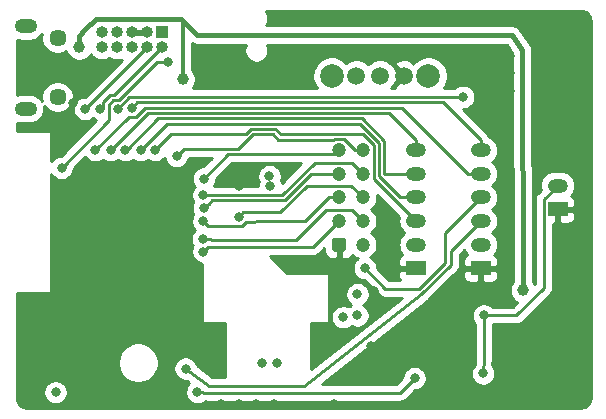
<source format=gbr>
G04 #@! TF.GenerationSoftware,KiCad,Pcbnew,5.1.6-c6e7f7d~86~ubuntu18.04.1*
G04 #@! TF.CreationDate,2020-06-02T09:04:51-04:00*
G04 #@! TF.ProjectId,E73 SCR v2,45373320-5343-4522-9076-322e6b696361,rev?*
G04 #@! TF.SameCoordinates,Original*
G04 #@! TF.FileFunction,Copper,L4,Bot*
G04 #@! TF.FilePolarity,Positive*
%FSLAX46Y46*%
G04 Gerber Fmt 4.6, Leading zero omitted, Abs format (unit mm)*
G04 Created by KiCad (PCBNEW 5.1.6-c6e7f7d~86~ubuntu18.04.1) date 2020-06-02 09:04:51*
%MOMM*%
%LPD*%
G01*
G04 APERTURE LIST*
G04 #@! TA.AperFunction,ComponentPad*
%ADD10C,1.200000*%
G04 #@! TD*
G04 #@! TA.AperFunction,ComponentPad*
%ADD11C,2.000000*%
G04 #@! TD*
G04 #@! TA.AperFunction,ComponentPad*
%ADD12C,1.500000*%
G04 #@! TD*
G04 #@! TA.AperFunction,ComponentPad*
%ADD13R,1.700000X1.200000*%
G04 #@! TD*
G04 #@! TA.AperFunction,ComponentPad*
%ADD14O,1.700000X1.200000*%
G04 #@! TD*
G04 #@! TA.AperFunction,ComponentPad*
%ADD15C,1.450000*%
G04 #@! TD*
G04 #@! TA.AperFunction,ComponentPad*
%ADD16O,1.900000X1.200000*%
G04 #@! TD*
G04 #@! TA.AperFunction,ComponentPad*
%ADD17R,1.000000X1.000000*%
G04 #@! TD*
G04 #@! TA.AperFunction,ComponentPad*
%ADD18O,1.000000X1.000000*%
G04 #@! TD*
G04 #@! TA.AperFunction,ViaPad*
%ADD19C,0.800000*%
G04 #@! TD*
G04 #@! TA.AperFunction,ViaPad*
%ADD20C,1.000000*%
G04 #@! TD*
G04 #@! TA.AperFunction,Conductor*
%ADD21C,0.400000*%
G04 #@! TD*
G04 #@! TA.AperFunction,Conductor*
%ADD22C,0.300000*%
G04 #@! TD*
G04 #@! TA.AperFunction,Conductor*
%ADD23C,0.250000*%
G04 #@! TD*
G04 #@! TA.AperFunction,Conductor*
%ADD24C,0.254000*%
G04 #@! TD*
G04 APERTURE END LIST*
D10*
X80000000Y-102500000D03*
X80000000Y-104500000D03*
X80000000Y-106500000D03*
X80000000Y-108500000D03*
X80000000Y-110500000D03*
X78000000Y-102500000D03*
X78000000Y-104500000D03*
X78000000Y-106500000D03*
X78000000Y-108500000D03*
G04 #@! TA.AperFunction,ComponentPad*
G36*
G01*
X78350001Y-111100000D02*
X77649999Y-111100000D01*
G75*
G02*
X77400000Y-110850001I0J249999D01*
G01*
X77400000Y-110149999D01*
G75*
G02*
X77649999Y-109900000I249999J0D01*
G01*
X78350001Y-109900000D01*
G75*
G02*
X78600000Y-110149999I0J-249999D01*
G01*
X78600000Y-110850001D01*
G75*
G02*
X78350001Y-111100000I-249999J0D01*
G01*
G37*
G04 #@! TD.AperFunction*
D11*
X85570500Y-96202500D03*
X77370500Y-96202500D03*
D12*
X79470500Y-96202500D03*
X81470500Y-96202500D03*
X83470500Y-96202500D03*
D13*
X96500000Y-107500000D03*
D14*
X96500000Y-105500000D03*
D13*
X84500000Y-112500000D03*
D14*
X84500000Y-110500000D03*
X84500000Y-108500000D03*
X84500000Y-106500000D03*
X84500000Y-104500000D03*
X84500000Y-102500000D03*
D13*
X90000000Y-112500000D03*
D14*
X90000000Y-110500000D03*
X90000000Y-108500000D03*
X90000000Y-106500000D03*
X90000000Y-104500000D03*
X90000000Y-102500000D03*
D15*
X54166000Y-93000000D03*
X54166000Y-98000000D03*
D16*
X51466000Y-92000000D03*
X51466000Y-99000000D03*
D17*
X63000000Y-92500000D03*
D18*
X63000000Y-93770000D03*
X61730000Y-92500000D03*
X61730000Y-93770000D03*
X60460000Y-92500000D03*
X60460000Y-93770000D03*
X59190000Y-92500000D03*
X59190000Y-93770000D03*
X57920000Y-92500000D03*
X57920000Y-93770000D03*
D19*
X72750000Y-120500000D03*
X71500000Y-120500000D03*
X55500000Y-97000000D03*
X97500000Y-113000000D03*
X95000000Y-116500000D03*
X80500000Y-120729991D03*
X80725010Y-119122774D03*
X69500000Y-105500000D03*
X77600000Y-124000000D03*
X77600000Y-122000000D03*
X64400000Y-104400000D03*
X94000000Y-124000000D03*
X92500000Y-124000000D03*
X95500000Y-124000000D03*
X97000000Y-124000000D03*
X98500000Y-124000000D03*
X98500000Y-122500000D03*
X98500000Y-121000000D03*
X98500000Y-102000000D03*
X98500000Y-100500000D03*
X98500000Y-99000000D03*
X98500000Y-94500000D03*
X98500000Y-97500000D03*
X98500000Y-96000000D03*
X98500000Y-93000000D03*
X98500000Y-91500000D03*
X97000000Y-97500000D03*
X97000000Y-96000000D03*
X97000000Y-94500000D03*
X95500000Y-94500000D03*
X95500000Y-97500000D03*
X95500000Y-96000000D03*
X92500000Y-94500000D03*
X92500000Y-97500000D03*
X92500000Y-96000000D03*
X91000000Y-96000000D03*
X91000000Y-97500000D03*
X91000000Y-94500000D03*
X95500000Y-99000000D03*
X95500000Y-102000000D03*
X95500000Y-100500000D03*
X74000000Y-96000000D03*
X75500000Y-96000000D03*
X72500000Y-96000000D03*
X55500000Y-105000000D03*
X57000000Y-105000000D03*
X58500000Y-105000000D03*
X55500000Y-106500000D03*
X57000000Y-106500000D03*
X58500000Y-106500000D03*
X57000000Y-108000000D03*
X55500000Y-108000000D03*
X58500000Y-108000000D03*
X57000000Y-109500000D03*
X55500000Y-109500000D03*
X58500000Y-109500000D03*
X58500000Y-111000000D03*
X55500000Y-111000000D03*
X57000000Y-111000000D03*
X60000000Y-111000000D03*
X63000000Y-111000000D03*
X61500000Y-111000000D03*
X63000000Y-109500000D03*
X61500000Y-109500000D03*
X60000000Y-109500000D03*
X60000000Y-108000000D03*
X63000000Y-108000000D03*
X61500000Y-108000000D03*
X63000000Y-106500000D03*
X61500000Y-106500000D03*
X60000000Y-106500000D03*
X61500000Y-105000000D03*
X63000000Y-105000000D03*
X60000000Y-105000000D03*
X59000000Y-121000000D03*
X59000000Y-122500000D03*
X59000000Y-124000000D03*
X65000000Y-124000000D03*
X60500000Y-124000000D03*
X62000000Y-124000000D03*
X63500000Y-124000000D03*
X63500000Y-122500000D03*
X63500000Y-121000000D03*
X57500000Y-124000000D03*
X57500000Y-119500000D03*
X57500000Y-118000000D03*
X57500000Y-116500000D03*
X60500000Y-118000000D03*
X60500000Y-116500000D03*
X62000000Y-118000000D03*
X57000000Y-97000000D03*
X55500000Y-98500000D03*
X59000000Y-116500000D03*
X59000000Y-118000000D03*
X59000000Y-119500000D03*
X63500000Y-119500000D03*
X67500000Y-120500000D03*
X68000000Y-124000000D03*
X71000000Y-124000000D03*
X69500000Y-124000000D03*
X72500000Y-124000000D03*
X80950000Y-114400000D03*
X54000000Y-123000000D03*
X72100000Y-104700000D03*
X72149998Y-105550000D03*
X79550000Y-114700000D03*
X78350000Y-116650000D03*
X79550000Y-116500000D03*
D20*
X93569998Y-114350000D03*
X56000000Y-93800000D03*
X64750000Y-96500000D03*
D19*
X90250000Y-116500000D03*
X90200000Y-121400000D03*
X56500000Y-99000000D03*
X57799989Y-99000000D03*
X84400000Y-121800000D03*
X66000000Y-123000000D03*
X54500000Y-104000000D03*
X63500000Y-95000000D03*
X65000000Y-121000000D03*
X80174990Y-112500000D03*
X66507898Y-108539530D03*
X69500000Y-108143534D03*
X66558763Y-107418524D03*
X66515472Y-106297725D03*
X66556186Y-104912866D03*
X64250000Y-103000000D03*
X59905574Y-102492124D03*
X58655574Y-102492124D03*
X57353819Y-102478905D03*
X59250000Y-99000000D03*
X88500000Y-98000000D03*
X60448695Y-98933769D03*
X66500000Y-110000000D03*
X61205764Y-102487577D03*
X66508192Y-111089504D03*
X62455764Y-102487577D03*
D21*
X64649999Y-91399999D02*
X57391999Y-91399999D01*
D22*
X56250000Y-92541998D02*
X56520999Y-92270999D01*
D21*
X57391999Y-91399999D02*
X56520999Y-92270999D01*
D22*
X56000000Y-93800000D02*
X56000000Y-93750000D01*
D21*
X56000000Y-92800000D02*
X56520999Y-92270999D01*
X56000000Y-93800000D02*
X56000000Y-92800000D01*
X92639996Y-92750000D02*
X66000000Y-92750000D01*
X93569998Y-114350000D02*
X93500000Y-94000000D01*
X66000000Y-92750000D02*
X64649999Y-91399999D01*
X93500000Y-94000000D02*
X92639996Y-92750000D01*
D22*
X64750000Y-91500000D02*
X64649999Y-91399999D01*
X64750000Y-96500000D02*
X64750000Y-91500000D01*
D23*
X95324999Y-106675001D02*
X95324999Y-114175001D01*
X96500000Y-105500000D02*
X95324999Y-106675001D01*
X95324999Y-114175001D02*
X93000000Y-116500000D01*
X93000000Y-116500000D02*
X90250000Y-116500000D01*
X90200000Y-121400000D02*
X90250000Y-120083172D01*
X90250000Y-120083172D02*
X90250000Y-116500000D01*
X61730000Y-93770000D02*
X56500000Y-99000000D01*
X58000000Y-99000000D02*
X57799989Y-99000000D01*
X58945012Y-97824988D02*
X58609327Y-97824988D01*
X63000000Y-93770000D02*
X58945012Y-97824988D01*
X58609327Y-97824988D02*
X58000000Y-98434315D01*
X58000000Y-98434315D02*
X58000000Y-99000000D01*
X83175001Y-123024999D02*
X84400000Y-121800000D01*
X66975001Y-123024999D02*
X83175001Y-123024999D01*
X66000000Y-123000000D02*
X66975001Y-123024999D01*
X59338591Y-98274999D02*
X62613590Y-95000000D01*
X62613590Y-95000000D02*
X63500000Y-95000000D01*
X58524999Y-98651999D02*
X58901999Y-98274999D01*
X58524999Y-99975001D02*
X58524999Y-98651999D01*
X54500000Y-104000000D02*
X58524999Y-99975001D01*
X58901999Y-98274999D02*
X59338591Y-98274999D01*
X87450011Y-111049989D02*
X90000000Y-108500000D01*
X65000000Y-121000000D02*
X67000000Y-122500000D01*
X87450011Y-112221402D02*
X87450011Y-111049989D01*
X84971402Y-114700011D02*
X87450011Y-112221402D01*
X75000000Y-122500000D02*
X84971402Y-114700011D01*
X67000000Y-122500000D02*
X75000000Y-122500000D01*
X84785002Y-114250000D02*
X81924990Y-114250000D01*
X81924990Y-114250000D02*
X80174990Y-112500000D01*
X87000000Y-112035002D02*
X84785002Y-114250000D01*
X90000000Y-106500000D02*
X87000000Y-109500000D01*
X87000000Y-109500000D02*
X87000000Y-112035002D01*
X66907897Y-108939529D02*
X66507898Y-108539530D01*
X69777009Y-108939529D02*
X66907897Y-108939529D01*
X77151472Y-106500000D02*
X75111942Y-108539530D01*
X75111942Y-108539530D02*
X71983291Y-108539530D01*
X78000000Y-106500000D02*
X77151472Y-106500000D01*
X70122993Y-108593545D02*
X69777009Y-108939529D01*
X71983291Y-108539530D02*
X71750000Y-108500000D01*
X71750000Y-108500000D02*
X70122993Y-108593545D01*
X69899999Y-107743535D02*
X69500000Y-108143534D01*
X75272821Y-105500000D02*
X73029287Y-107743535D01*
X73029287Y-107743535D02*
X69899999Y-107743535D01*
X79000000Y-105500000D02*
X75272821Y-105500000D01*
X80000000Y-106500000D02*
X79000000Y-105500000D01*
X73388675Y-106747736D02*
X67229551Y-106747736D01*
X67229551Y-106747736D02*
X66958762Y-107018525D01*
X66958762Y-107018525D02*
X66558763Y-107418524D01*
X75636410Y-104500000D02*
X73388675Y-106747736D01*
X78000000Y-104500000D02*
X75636410Y-104500000D01*
X79074999Y-103574999D02*
X75925001Y-103574999D01*
X80000000Y-104500000D02*
X79074999Y-103574999D01*
X75925001Y-103574999D02*
X73202275Y-106297725D01*
X73202275Y-106297725D02*
X66515472Y-106297725D01*
X78000000Y-102500000D02*
X77649967Y-102850033D01*
X77649967Y-102850033D02*
X68619019Y-102850033D01*
X68619019Y-102850033D02*
X66556186Y-104912866D01*
X80000000Y-102500000D02*
X79369002Y-102500000D01*
X69475732Y-102400022D02*
X64849978Y-102400022D01*
X79369002Y-102500000D02*
X78444001Y-101574999D01*
X72871740Y-101600033D02*
X72421738Y-101150031D01*
X70725723Y-101150031D02*
X69475732Y-102400022D01*
X64849978Y-102400022D02*
X64250000Y-103000000D01*
X72421738Y-101150031D02*
X70725723Y-101150031D01*
X77555999Y-101574999D02*
X77530965Y-101600033D01*
X78444001Y-101574999D02*
X77555999Y-101574999D01*
X77530965Y-101600033D02*
X72871740Y-101600033D01*
X79936406Y-99799996D02*
X62700004Y-99799996D01*
X81825019Y-101688609D02*
X79936406Y-99799996D01*
X81825020Y-104500000D02*
X81825019Y-101688609D01*
X84500000Y-104500000D02*
X81825020Y-104500000D01*
X62700004Y-99799996D02*
X60007876Y-102492124D01*
X60007876Y-102492124D02*
X59905574Y-102492124D01*
X82199989Y-99349989D02*
X61797709Y-99349989D01*
X84500000Y-101650000D02*
X82199989Y-99349989D01*
X84500000Y-102500000D02*
X84500000Y-101650000D01*
X61797709Y-99349989D02*
X58655574Y-102492124D01*
X83299981Y-98899981D02*
X88900000Y-104500000D01*
X61555485Y-98899981D02*
X83299981Y-98899981D01*
X88900000Y-104500000D02*
X90000000Y-104500000D01*
X60796696Y-99658770D02*
X61555485Y-98899981D01*
X57353819Y-102478905D02*
X60173954Y-99658770D01*
X60173954Y-99658770D02*
X60796696Y-99658770D01*
X60250044Y-97999956D02*
X88499956Y-97999956D01*
X59250000Y-99000000D02*
X60250044Y-97999956D01*
X88499956Y-97999956D02*
X88500000Y-98000000D01*
X90000000Y-102500000D02*
X90000000Y-101650000D01*
X60932494Y-98449970D02*
X60448695Y-98933769D01*
X86799970Y-98449970D02*
X60932494Y-98449970D01*
X90000000Y-101650000D02*
X86799970Y-98449970D01*
X79074999Y-107574999D02*
X76925001Y-107574999D01*
X67207696Y-110142011D02*
X67065685Y-110000000D01*
X76925001Y-107574999D02*
X74357989Y-110142011D01*
X80000000Y-108500000D02*
X79074999Y-107574999D01*
X74357989Y-110142011D02*
X67207696Y-110142011D01*
X67065685Y-110000000D02*
X66500000Y-110000000D01*
X79750009Y-100250009D02*
X63443332Y-100250009D01*
X81375010Y-101875010D02*
X79750009Y-100250009D01*
X63443332Y-100250009D02*
X61205764Y-102487577D01*
X83188609Y-106500000D02*
X81375009Y-104686400D01*
X81375009Y-104686400D02*
X81375010Y-101875010D01*
X84500000Y-106500000D02*
X83188609Y-106500000D01*
X75810495Y-110689505D02*
X66908191Y-110689505D01*
X66908191Y-110689505D02*
X66508192Y-111089504D01*
X78000000Y-108500000D02*
X75810495Y-110689505D01*
X70089321Y-101150022D02*
X70539323Y-100700020D01*
X80925001Y-104925001D02*
X84500000Y-108500000D01*
X77344565Y-101150022D02*
X77369599Y-101124988D01*
X78655435Y-101150022D02*
X80013612Y-101150022D01*
X72608138Y-100700020D02*
X73058140Y-101150022D01*
X73058140Y-101150022D02*
X77344565Y-101150022D01*
X70539323Y-100700020D02*
X72608138Y-100700020D01*
X78630401Y-101124988D02*
X78655435Y-101150022D01*
X77369599Y-101124988D02*
X78630401Y-101124988D01*
X80013612Y-101150022D02*
X80925001Y-102061411D01*
X80925001Y-102061411D02*
X80925001Y-104925001D01*
X62455764Y-102487577D02*
X63793319Y-101150022D01*
X63793319Y-101150022D02*
X70089321Y-101150022D01*
D24*
G36*
X98652785Y-90728386D02*
G01*
X98799748Y-90772757D01*
X98935297Y-90844829D01*
X99054258Y-90941852D01*
X99152118Y-91060144D01*
X99225132Y-91195181D01*
X99270529Y-91341833D01*
X99290000Y-91527092D01*
X99290001Y-123465261D01*
X99271614Y-123652784D01*
X99227243Y-123799748D01*
X99155171Y-123935297D01*
X99058148Y-124054258D01*
X98939856Y-124152118D01*
X98804819Y-124225132D01*
X98658167Y-124270529D01*
X98472908Y-124290000D01*
X51534729Y-124290000D01*
X51347216Y-124271614D01*
X51200252Y-124227243D01*
X51064703Y-124155171D01*
X50945742Y-124058148D01*
X50847882Y-123939856D01*
X50774868Y-123804819D01*
X50729471Y-123658167D01*
X50710000Y-123472908D01*
X50710000Y-122898061D01*
X52965000Y-122898061D01*
X52965000Y-123101939D01*
X53004774Y-123301898D01*
X53082795Y-123490256D01*
X53196063Y-123659774D01*
X53340226Y-123803937D01*
X53509744Y-123917205D01*
X53698102Y-123995226D01*
X53898061Y-124035000D01*
X54101939Y-124035000D01*
X54301898Y-123995226D01*
X54490256Y-123917205D01*
X54659774Y-123803937D01*
X54803937Y-123659774D01*
X54917205Y-123490256D01*
X54995226Y-123301898D01*
X55035000Y-123101939D01*
X55035000Y-122898061D01*
X54995226Y-122698102D01*
X54917205Y-122509744D01*
X54803937Y-122340226D01*
X54659774Y-122196063D01*
X54490256Y-122082795D01*
X54301898Y-122004774D01*
X54101939Y-121965000D01*
X53898061Y-121965000D01*
X53698102Y-122004774D01*
X53509744Y-122082795D01*
X53340226Y-122196063D01*
X53196063Y-122340226D01*
X53082795Y-122509744D01*
X53004774Y-122698102D01*
X52965000Y-122898061D01*
X50710000Y-122898061D01*
X50710000Y-120329117D01*
X59265000Y-120329117D01*
X59265000Y-120670883D01*
X59331675Y-121006081D01*
X59462463Y-121321831D01*
X59652337Y-121605998D01*
X59894002Y-121847663D01*
X60178169Y-122037537D01*
X60493919Y-122168325D01*
X60829117Y-122235000D01*
X61170883Y-122235000D01*
X61506081Y-122168325D01*
X61821831Y-122037537D01*
X62105998Y-121847663D01*
X62347663Y-121605998D01*
X62537537Y-121321831D01*
X62668325Y-121006081D01*
X62735000Y-120670883D01*
X62735000Y-120329117D01*
X62668325Y-119993919D01*
X62537537Y-119678169D01*
X62347663Y-119394002D01*
X62105998Y-119152337D01*
X61821831Y-118962463D01*
X61506081Y-118831675D01*
X61170883Y-118765000D01*
X60829117Y-118765000D01*
X60493919Y-118831675D01*
X60178169Y-118962463D01*
X59894002Y-119152337D01*
X59652337Y-119394002D01*
X59462463Y-119678169D01*
X59331675Y-119993919D01*
X59265000Y-120329117D01*
X50710000Y-120329117D01*
X50710000Y-114627000D01*
X53500000Y-114627000D01*
X53524776Y-114624560D01*
X53548601Y-114617333D01*
X53570557Y-114605597D01*
X53589803Y-114589803D01*
X53605597Y-114570557D01*
X53617333Y-114548601D01*
X53624560Y-114524776D01*
X53627000Y-114500000D01*
X53627000Y-104556414D01*
X53696063Y-104659774D01*
X53840226Y-104803937D01*
X54009744Y-104917205D01*
X54198102Y-104995226D01*
X54398061Y-105035000D01*
X54601939Y-105035000D01*
X54801898Y-104995226D01*
X54990256Y-104917205D01*
X55159774Y-104803937D01*
X55303937Y-104659774D01*
X55417205Y-104490256D01*
X55495226Y-104301898D01*
X55535000Y-104101939D01*
X55535000Y-104039801D01*
X56504316Y-103070485D01*
X56549882Y-103138679D01*
X56694045Y-103282842D01*
X56863563Y-103396110D01*
X57051921Y-103474131D01*
X57251880Y-103513905D01*
X57455758Y-103513905D01*
X57655717Y-103474131D01*
X57844075Y-103396110D01*
X57995003Y-103295264D01*
X57995800Y-103296061D01*
X58165318Y-103409329D01*
X58353676Y-103487350D01*
X58553635Y-103527124D01*
X58757513Y-103527124D01*
X58957472Y-103487350D01*
X59145830Y-103409329D01*
X59280574Y-103319296D01*
X59415318Y-103409329D01*
X59603676Y-103487350D01*
X59803635Y-103527124D01*
X60007513Y-103527124D01*
X60207472Y-103487350D01*
X60395830Y-103409329D01*
X60559072Y-103300255D01*
X60715508Y-103404782D01*
X60903866Y-103482803D01*
X61103825Y-103522577D01*
X61307703Y-103522577D01*
X61507662Y-103482803D01*
X61696020Y-103404782D01*
X61830764Y-103314749D01*
X61965508Y-103404782D01*
X62153866Y-103482803D01*
X62353825Y-103522577D01*
X62557703Y-103522577D01*
X62757662Y-103482803D01*
X62946020Y-103404782D01*
X63115538Y-103291514D01*
X63229951Y-103177101D01*
X63254774Y-103301898D01*
X63332795Y-103490256D01*
X63446063Y-103659774D01*
X63590226Y-103803937D01*
X63759744Y-103917205D01*
X63948102Y-103995226D01*
X64148061Y-104035000D01*
X64351939Y-104035000D01*
X64551898Y-103995226D01*
X64740256Y-103917205D01*
X64909774Y-103803937D01*
X65053937Y-103659774D01*
X65167205Y-103490256D01*
X65245226Y-103301898D01*
X65273447Y-103160022D01*
X67234228Y-103160022D01*
X66516385Y-103877866D01*
X66454247Y-103877866D01*
X66254288Y-103917640D01*
X66065930Y-103995661D01*
X65896412Y-104108929D01*
X65752249Y-104253092D01*
X65638981Y-104422610D01*
X65560960Y-104610968D01*
X65521186Y-104810927D01*
X65521186Y-105014805D01*
X65560960Y-105214764D01*
X65638981Y-105403122D01*
X65752249Y-105572640D01*
X65764548Y-105584939D01*
X65711535Y-105637951D01*
X65598267Y-105807469D01*
X65520246Y-105995827D01*
X65480472Y-106195786D01*
X65480472Y-106399664D01*
X65520246Y-106599623D01*
X65598267Y-106787981D01*
X65666781Y-106890519D01*
X65641558Y-106928268D01*
X65563537Y-107116626D01*
X65523763Y-107316585D01*
X65523763Y-107520463D01*
X65563537Y-107720422D01*
X65641558Y-107908780D01*
X65663063Y-107940964D01*
X65590693Y-108049274D01*
X65512672Y-108237632D01*
X65472898Y-108437591D01*
X65472898Y-108641469D01*
X65512672Y-108841428D01*
X65590693Y-109029786D01*
X65703961Y-109199304D01*
X65770473Y-109265816D01*
X65696063Y-109340226D01*
X65582795Y-109509744D01*
X65504774Y-109698102D01*
X65465000Y-109898061D01*
X65465000Y-110101939D01*
X65504774Y-110301898D01*
X65582795Y-110490256D01*
X65623304Y-110550882D01*
X65590987Y-110599248D01*
X65512966Y-110787606D01*
X65473192Y-110987565D01*
X65473192Y-111191443D01*
X65512966Y-111391402D01*
X65590987Y-111579760D01*
X65704255Y-111749278D01*
X65848418Y-111893441D01*
X66017936Y-112006709D01*
X66206294Y-112084730D01*
X66373000Y-112117890D01*
X66373000Y-117000000D01*
X66375440Y-117024776D01*
X66382667Y-117048601D01*
X66394403Y-117070557D01*
X66410197Y-117089803D01*
X66429443Y-117105597D01*
X66451399Y-117117333D01*
X66475224Y-117124560D01*
X66500000Y-117127000D01*
X68373000Y-117127000D01*
X68373000Y-121740000D01*
X67253334Y-121740000D01*
X66018212Y-120813659D01*
X65995226Y-120698102D01*
X65917205Y-120509744D01*
X65803937Y-120340226D01*
X65659774Y-120196063D01*
X65490256Y-120082795D01*
X65301898Y-120004774D01*
X65101939Y-119965000D01*
X64898061Y-119965000D01*
X64698102Y-120004774D01*
X64509744Y-120082795D01*
X64340226Y-120196063D01*
X64196063Y-120340226D01*
X64082795Y-120509744D01*
X64004774Y-120698102D01*
X63965000Y-120898061D01*
X63965000Y-121101939D01*
X64004774Y-121301898D01*
X64082795Y-121490256D01*
X64196063Y-121659774D01*
X64340226Y-121803937D01*
X64509744Y-121917205D01*
X64698102Y-121995226D01*
X64898061Y-122035000D01*
X65101939Y-122035000D01*
X65110945Y-122033209D01*
X65335023Y-122201266D01*
X65196063Y-122340226D01*
X65082795Y-122509744D01*
X65004774Y-122698102D01*
X64965000Y-122898061D01*
X64965000Y-123101939D01*
X65004774Y-123301898D01*
X65082795Y-123490256D01*
X65196063Y-123659774D01*
X65340226Y-123803937D01*
X65509744Y-123917205D01*
X65698102Y-123995226D01*
X65898061Y-124035000D01*
X66101939Y-124035000D01*
X66301898Y-123995226D01*
X66490256Y-123917205D01*
X66659774Y-123803937D01*
X66685876Y-123777835D01*
X66927955Y-123784042D01*
X66937668Y-123784999D01*
X66965267Y-123784999D01*
X66992841Y-123785706D01*
X67002569Y-123784999D01*
X83137679Y-123784999D01*
X83175001Y-123788675D01*
X83212323Y-123784999D01*
X83212334Y-123784999D01*
X83323987Y-123774002D01*
X83467248Y-123730545D01*
X83599277Y-123659973D01*
X83715002Y-123565000D01*
X83738805Y-123535996D01*
X84439802Y-122835000D01*
X84501939Y-122835000D01*
X84701898Y-122795226D01*
X84890256Y-122717205D01*
X85059774Y-122603937D01*
X85203937Y-122459774D01*
X85317205Y-122290256D01*
X85395226Y-122101898D01*
X85435000Y-121901939D01*
X85435000Y-121698061D01*
X85395226Y-121498102D01*
X85317205Y-121309744D01*
X85203937Y-121140226D01*
X85059774Y-120996063D01*
X84890256Y-120882795D01*
X84701898Y-120804774D01*
X84501939Y-120765000D01*
X84298061Y-120765000D01*
X84098102Y-120804774D01*
X83909744Y-120882795D01*
X83740226Y-120996063D01*
X83596063Y-121140226D01*
X83482795Y-121309744D01*
X83404774Y-121498102D01*
X83365000Y-121698061D01*
X83365000Y-121760198D01*
X82860200Y-122264999D01*
X76533934Y-122264999D01*
X85387771Y-115339211D01*
X85395678Y-115334985D01*
X85446614Y-115293182D01*
X85469063Y-115275622D01*
X85475526Y-115269455D01*
X85482404Y-115263810D01*
X85502488Y-115243726D01*
X85550230Y-115198168D01*
X85555389Y-115190825D01*
X87646215Y-113100000D01*
X88511928Y-113100000D01*
X88524188Y-113224482D01*
X88560498Y-113344180D01*
X88619463Y-113454494D01*
X88698815Y-113551185D01*
X88795506Y-113630537D01*
X88905820Y-113689502D01*
X89025518Y-113725812D01*
X89150000Y-113738072D01*
X89714250Y-113735000D01*
X89873000Y-113576250D01*
X89873000Y-112627000D01*
X90127000Y-112627000D01*
X90127000Y-113576250D01*
X90285750Y-113735000D01*
X90850000Y-113738072D01*
X90974482Y-113725812D01*
X91094180Y-113689502D01*
X91204494Y-113630537D01*
X91301185Y-113551185D01*
X91380537Y-113454494D01*
X91439502Y-113344180D01*
X91475812Y-113224482D01*
X91488072Y-113100000D01*
X91485000Y-112785750D01*
X91326250Y-112627000D01*
X90127000Y-112627000D01*
X89873000Y-112627000D01*
X88673750Y-112627000D01*
X88515000Y-112785750D01*
X88511928Y-113100000D01*
X87646215Y-113100000D01*
X87961020Y-112785196D01*
X87990012Y-112761403D01*
X88013806Y-112732410D01*
X88013810Y-112732406D01*
X88084984Y-112645679D01*
X88084985Y-112645678D01*
X88155557Y-112513649D01*
X88199014Y-112370388D01*
X88210011Y-112258735D01*
X88210011Y-112258726D01*
X88213687Y-112221403D01*
X88210011Y-112184080D01*
X88210011Y-111364790D01*
X88602654Y-110972148D01*
X88603489Y-110974901D01*
X88718167Y-111189449D01*
X88844436Y-111343309D01*
X88795506Y-111369463D01*
X88698815Y-111448815D01*
X88619463Y-111545506D01*
X88560498Y-111655820D01*
X88524188Y-111775518D01*
X88511928Y-111900000D01*
X88515000Y-112214250D01*
X88673750Y-112373000D01*
X89873000Y-112373000D01*
X89873000Y-112353000D01*
X90127000Y-112353000D01*
X90127000Y-112373000D01*
X91326250Y-112373000D01*
X91485000Y-112214250D01*
X91488072Y-111900000D01*
X91475812Y-111775518D01*
X91439502Y-111655820D01*
X91380537Y-111545506D01*
X91301185Y-111448815D01*
X91204494Y-111369463D01*
X91155564Y-111343309D01*
X91281833Y-111189449D01*
X91396511Y-110974901D01*
X91467130Y-110742102D01*
X91490975Y-110500000D01*
X91467130Y-110257898D01*
X91396511Y-110025099D01*
X91281833Y-109810551D01*
X91127502Y-109622498D01*
X90978238Y-109500000D01*
X91127502Y-109377502D01*
X91281833Y-109189449D01*
X91396511Y-108974901D01*
X91467130Y-108742102D01*
X91490975Y-108500000D01*
X91467130Y-108257898D01*
X91396511Y-108025099D01*
X91281833Y-107810551D01*
X91127502Y-107622498D01*
X90978238Y-107500000D01*
X91127502Y-107377502D01*
X91281833Y-107189449D01*
X91396511Y-106974901D01*
X91467130Y-106742102D01*
X91490975Y-106500000D01*
X91467130Y-106257898D01*
X91396511Y-106025099D01*
X91281833Y-105810551D01*
X91127502Y-105622498D01*
X90978238Y-105500000D01*
X91127502Y-105377502D01*
X91281833Y-105189449D01*
X91396511Y-104974901D01*
X91467130Y-104742102D01*
X91490975Y-104500000D01*
X91467130Y-104257898D01*
X91396511Y-104025099D01*
X91281833Y-103810551D01*
X91127502Y-103622498D01*
X90978238Y-103500000D01*
X91127502Y-103377502D01*
X91281833Y-103189449D01*
X91396511Y-102974901D01*
X91467130Y-102742102D01*
X91490975Y-102500000D01*
X91467130Y-102257898D01*
X91396511Y-102025099D01*
X91281833Y-101810551D01*
X91127502Y-101622498D01*
X90939449Y-101468167D01*
X90724901Y-101353489D01*
X90699080Y-101345656D01*
X90634974Y-101225724D01*
X90540001Y-101109999D01*
X90511003Y-101086201D01*
X88459801Y-99035000D01*
X88601939Y-99035000D01*
X88801898Y-98995226D01*
X88990256Y-98917205D01*
X89159774Y-98803937D01*
X89303937Y-98659774D01*
X89417205Y-98490256D01*
X89495226Y-98301898D01*
X89535000Y-98101939D01*
X89535000Y-97898061D01*
X89495226Y-97698102D01*
X89417205Y-97509744D01*
X89303937Y-97340226D01*
X89159774Y-97196063D01*
X88990256Y-97082795D01*
X88801898Y-97004774D01*
X88601939Y-96965000D01*
X88398061Y-96965000D01*
X88198102Y-97004774D01*
X88009744Y-97082795D01*
X87840226Y-97196063D01*
X87796333Y-97239956D01*
X86843692Y-97239956D01*
X87019418Y-96976963D01*
X87142668Y-96679412D01*
X87205500Y-96363533D01*
X87205500Y-96041467D01*
X87142668Y-95725588D01*
X87019418Y-95428037D01*
X86840487Y-95160248D01*
X86612752Y-94932513D01*
X86344963Y-94753582D01*
X86047412Y-94630332D01*
X85731533Y-94567500D01*
X85409467Y-94567500D01*
X85093588Y-94630332D01*
X84796037Y-94753582D01*
X84528248Y-94932513D01*
X84300513Y-95160248D01*
X84246624Y-95240899D01*
X84182363Y-95006640D01*
X83935384Y-94890740D01*
X83670540Y-94825250D01*
X83398008Y-94812688D01*
X83128262Y-94853535D01*
X82871668Y-94946223D01*
X82758637Y-95006640D01*
X82693112Y-95245507D01*
X83470500Y-96022895D01*
X83484643Y-96008753D01*
X83664248Y-96188358D01*
X83650105Y-96202500D01*
X83664248Y-96216643D01*
X83484643Y-96396248D01*
X83470500Y-96382105D01*
X82693112Y-97159493D01*
X82715184Y-97239956D01*
X82391729Y-97239956D01*
X82546299Y-97085386D01*
X82697871Y-96858543D01*
X82742432Y-96750963D01*
X83290895Y-96202500D01*
X82742432Y-95654037D01*
X82697871Y-95546457D01*
X82546299Y-95319614D01*
X82353386Y-95126701D01*
X82126543Y-94975129D01*
X81874489Y-94870725D01*
X81606911Y-94817500D01*
X81334089Y-94817500D01*
X81066511Y-94870725D01*
X80814457Y-94975129D01*
X80587614Y-95126701D01*
X80470500Y-95243815D01*
X80353386Y-95126701D01*
X80126543Y-94975129D01*
X79874489Y-94870725D01*
X79606911Y-94817500D01*
X79334089Y-94817500D01*
X79066511Y-94870725D01*
X78814457Y-94975129D01*
X78599199Y-95118960D01*
X78412752Y-94932513D01*
X78144963Y-94753582D01*
X77847412Y-94630332D01*
X77531533Y-94567500D01*
X77209467Y-94567500D01*
X76893588Y-94630332D01*
X76596037Y-94753582D01*
X76328248Y-94932513D01*
X76100513Y-95160248D01*
X75921582Y-95428037D01*
X75798332Y-95725588D01*
X75735500Y-96041467D01*
X75735500Y-96363533D01*
X75798332Y-96679412D01*
X75921582Y-96976963D01*
X76097308Y-97239956D01*
X65615176Y-97239956D01*
X65631612Y-97223520D01*
X65755824Y-97037624D01*
X65841383Y-96831067D01*
X65885000Y-96611788D01*
X65885000Y-96388212D01*
X65841383Y-96168933D01*
X65755824Y-95962376D01*
X65631612Y-95776480D01*
X65535000Y-95679868D01*
X65535000Y-93448249D01*
X65678913Y-93525172D01*
X65836311Y-93572918D01*
X65958981Y-93585000D01*
X65958982Y-93585000D01*
X66000000Y-93589040D01*
X66041018Y-93585000D01*
X70112373Y-93585000D01*
X70097950Y-93606586D01*
X70021814Y-93790394D01*
X69983000Y-93985524D01*
X69983000Y-94184476D01*
X70021814Y-94379606D01*
X70097950Y-94563414D01*
X70208482Y-94728837D01*
X70349163Y-94869518D01*
X70514586Y-94980050D01*
X70698394Y-95056186D01*
X70893524Y-95095000D01*
X71092476Y-95095000D01*
X71287606Y-95056186D01*
X71471414Y-94980050D01*
X71636837Y-94869518D01*
X71777518Y-94728837D01*
X71888050Y-94563414D01*
X71964186Y-94379606D01*
X72003000Y-94184476D01*
X72003000Y-93985524D01*
X71964186Y-93790394D01*
X71888050Y-93606586D01*
X71873627Y-93585000D01*
X92200943Y-93585000D01*
X92665892Y-94260796D01*
X92732354Y-113582512D01*
X92688386Y-113626480D01*
X92564174Y-113812376D01*
X92478615Y-114018933D01*
X92434998Y-114238212D01*
X92434998Y-114461788D01*
X92478615Y-114681067D01*
X92564174Y-114887624D01*
X92688386Y-115073520D01*
X92846478Y-115231612D01*
X93032374Y-115355824D01*
X93058537Y-115366661D01*
X92685199Y-115740000D01*
X90953711Y-115740000D01*
X90909774Y-115696063D01*
X90740256Y-115582795D01*
X90551898Y-115504774D01*
X90351939Y-115465000D01*
X90148061Y-115465000D01*
X89948102Y-115504774D01*
X89759744Y-115582795D01*
X89590226Y-115696063D01*
X89446063Y-115840226D01*
X89332795Y-116009744D01*
X89254774Y-116198102D01*
X89215000Y-116398061D01*
X89215000Y-116601939D01*
X89254774Y-116801898D01*
X89332795Y-116990256D01*
X89446063Y-117159774D01*
X89490001Y-117203712D01*
X89490000Y-120068755D01*
X89467205Y-120669084D01*
X89396063Y-120740226D01*
X89282795Y-120909744D01*
X89204774Y-121098102D01*
X89165000Y-121298061D01*
X89165000Y-121501939D01*
X89204774Y-121701898D01*
X89282795Y-121890256D01*
X89396063Y-122059774D01*
X89540226Y-122203937D01*
X89709744Y-122317205D01*
X89898102Y-122395226D01*
X90098061Y-122435000D01*
X90301939Y-122435000D01*
X90501898Y-122395226D01*
X90690256Y-122317205D01*
X90859774Y-122203937D01*
X91003937Y-122059774D01*
X91117205Y-121890256D01*
X91195226Y-121701898D01*
X91235000Y-121501939D01*
X91235000Y-121298061D01*
X91195226Y-121098102D01*
X91117205Y-120909744D01*
X91003937Y-120740226D01*
X90986270Y-120722559D01*
X91008584Y-120134882D01*
X91010000Y-120120505D01*
X91010000Y-120097589D01*
X91010869Y-120074703D01*
X91010000Y-120060292D01*
X91010000Y-117260000D01*
X92962678Y-117260000D01*
X93000000Y-117263676D01*
X93037322Y-117260000D01*
X93037333Y-117260000D01*
X93148986Y-117249003D01*
X93292247Y-117205546D01*
X93424276Y-117134974D01*
X93540001Y-117040001D01*
X93563804Y-117010997D01*
X95836002Y-114738800D01*
X95865000Y-114715002D01*
X95898854Y-114673751D01*
X95959973Y-114599278D01*
X96030545Y-114467248D01*
X96032201Y-114461788D01*
X96074002Y-114323987D01*
X96084999Y-114212334D01*
X96084999Y-114212325D01*
X96088675Y-114175002D01*
X96084999Y-114137679D01*
X96084999Y-108735704D01*
X96214250Y-108735000D01*
X96373000Y-108576250D01*
X96373000Y-107627000D01*
X96627000Y-107627000D01*
X96627000Y-108576250D01*
X96785750Y-108735000D01*
X97350000Y-108738072D01*
X97474482Y-108725812D01*
X97594180Y-108689502D01*
X97704494Y-108630537D01*
X97801185Y-108551185D01*
X97880537Y-108454494D01*
X97939502Y-108344180D01*
X97975812Y-108224482D01*
X97988072Y-108100000D01*
X97985000Y-107785750D01*
X97826250Y-107627000D01*
X96627000Y-107627000D01*
X96373000Y-107627000D01*
X96353000Y-107627000D01*
X96353000Y-107373000D01*
X96373000Y-107373000D01*
X96373000Y-107353000D01*
X96627000Y-107353000D01*
X96627000Y-107373000D01*
X97826250Y-107373000D01*
X97985000Y-107214250D01*
X97988072Y-106900000D01*
X97975812Y-106775518D01*
X97939502Y-106655820D01*
X97880537Y-106545506D01*
X97801185Y-106448815D01*
X97704494Y-106369463D01*
X97655564Y-106343309D01*
X97781833Y-106189449D01*
X97896511Y-105974901D01*
X97967130Y-105742102D01*
X97990975Y-105500000D01*
X97967130Y-105257898D01*
X97896511Y-105025099D01*
X97781833Y-104810551D01*
X97627502Y-104622498D01*
X97439449Y-104468167D01*
X97224901Y-104353489D01*
X96992102Y-104282870D01*
X96810665Y-104265000D01*
X96189335Y-104265000D01*
X96007898Y-104282870D01*
X95775099Y-104353489D01*
X95560551Y-104468167D01*
X95372498Y-104622498D01*
X95218167Y-104810551D01*
X95103489Y-105025099D01*
X95032870Y-105257898D01*
X95009025Y-105500000D01*
X95032870Y-105742102D01*
X95067835Y-105857364D01*
X94814002Y-106111197D01*
X94784998Y-106135000D01*
X94744837Y-106183937D01*
X94690025Y-106250725D01*
X94651147Y-106323460D01*
X94619453Y-106382755D01*
X94575996Y-106526016D01*
X94564999Y-106637669D01*
X94564999Y-106637679D01*
X94561323Y-106675001D01*
X94564999Y-106712323D01*
X94565000Y-113796180D01*
X94451610Y-113626480D01*
X94402345Y-113577215D01*
X94335121Y-94033909D01*
X94338962Y-93988606D01*
X94330260Y-93911061D01*
X94322350Y-93833482D01*
X94321096Y-93829397D01*
X94320619Y-93825151D01*
X94296950Y-93750776D01*
X94274062Y-93676249D01*
X94272037Y-93672492D01*
X94270740Y-93668416D01*
X94233007Y-93600071D01*
X94196028Y-93531458D01*
X94167071Y-93496420D01*
X93354383Y-92315193D01*
X93337632Y-92283854D01*
X93307877Y-92247598D01*
X93304659Y-92242920D01*
X93281881Y-92215920D01*
X93233287Y-92156709D01*
X93228863Y-92153078D01*
X93225175Y-92148707D01*
X93165360Y-92100963D01*
X93106142Y-92052364D01*
X93101093Y-92049665D01*
X93096624Y-92046098D01*
X93028674Y-92010956D01*
X92961083Y-91974828D01*
X92955601Y-91973165D01*
X92950525Y-91970540D01*
X92877012Y-91949325D01*
X92803685Y-91927082D01*
X92797990Y-91926521D01*
X92792494Y-91924935D01*
X92716220Y-91918467D01*
X92681015Y-91915000D01*
X92675328Y-91915000D01*
X92628603Y-91911038D01*
X92593298Y-91915000D01*
X71820172Y-91915000D01*
X71888050Y-91813414D01*
X71964186Y-91629606D01*
X72003000Y-91434476D01*
X72003000Y-91235524D01*
X71964186Y-91040394D01*
X71888050Y-90856586D01*
X71790104Y-90710000D01*
X98465271Y-90710000D01*
X98652785Y-90728386D01*
G37*
X98652785Y-90728386D02*
X98799748Y-90772757D01*
X98935297Y-90844829D01*
X99054258Y-90941852D01*
X99152118Y-91060144D01*
X99225132Y-91195181D01*
X99270529Y-91341833D01*
X99290000Y-91527092D01*
X99290001Y-123465261D01*
X99271614Y-123652784D01*
X99227243Y-123799748D01*
X99155171Y-123935297D01*
X99058148Y-124054258D01*
X98939856Y-124152118D01*
X98804819Y-124225132D01*
X98658167Y-124270529D01*
X98472908Y-124290000D01*
X51534729Y-124290000D01*
X51347216Y-124271614D01*
X51200252Y-124227243D01*
X51064703Y-124155171D01*
X50945742Y-124058148D01*
X50847882Y-123939856D01*
X50774868Y-123804819D01*
X50729471Y-123658167D01*
X50710000Y-123472908D01*
X50710000Y-122898061D01*
X52965000Y-122898061D01*
X52965000Y-123101939D01*
X53004774Y-123301898D01*
X53082795Y-123490256D01*
X53196063Y-123659774D01*
X53340226Y-123803937D01*
X53509744Y-123917205D01*
X53698102Y-123995226D01*
X53898061Y-124035000D01*
X54101939Y-124035000D01*
X54301898Y-123995226D01*
X54490256Y-123917205D01*
X54659774Y-123803937D01*
X54803937Y-123659774D01*
X54917205Y-123490256D01*
X54995226Y-123301898D01*
X55035000Y-123101939D01*
X55035000Y-122898061D01*
X54995226Y-122698102D01*
X54917205Y-122509744D01*
X54803937Y-122340226D01*
X54659774Y-122196063D01*
X54490256Y-122082795D01*
X54301898Y-122004774D01*
X54101939Y-121965000D01*
X53898061Y-121965000D01*
X53698102Y-122004774D01*
X53509744Y-122082795D01*
X53340226Y-122196063D01*
X53196063Y-122340226D01*
X53082795Y-122509744D01*
X53004774Y-122698102D01*
X52965000Y-122898061D01*
X50710000Y-122898061D01*
X50710000Y-120329117D01*
X59265000Y-120329117D01*
X59265000Y-120670883D01*
X59331675Y-121006081D01*
X59462463Y-121321831D01*
X59652337Y-121605998D01*
X59894002Y-121847663D01*
X60178169Y-122037537D01*
X60493919Y-122168325D01*
X60829117Y-122235000D01*
X61170883Y-122235000D01*
X61506081Y-122168325D01*
X61821831Y-122037537D01*
X62105998Y-121847663D01*
X62347663Y-121605998D01*
X62537537Y-121321831D01*
X62668325Y-121006081D01*
X62735000Y-120670883D01*
X62735000Y-120329117D01*
X62668325Y-119993919D01*
X62537537Y-119678169D01*
X62347663Y-119394002D01*
X62105998Y-119152337D01*
X61821831Y-118962463D01*
X61506081Y-118831675D01*
X61170883Y-118765000D01*
X60829117Y-118765000D01*
X60493919Y-118831675D01*
X60178169Y-118962463D01*
X59894002Y-119152337D01*
X59652337Y-119394002D01*
X59462463Y-119678169D01*
X59331675Y-119993919D01*
X59265000Y-120329117D01*
X50710000Y-120329117D01*
X50710000Y-114627000D01*
X53500000Y-114627000D01*
X53524776Y-114624560D01*
X53548601Y-114617333D01*
X53570557Y-114605597D01*
X53589803Y-114589803D01*
X53605597Y-114570557D01*
X53617333Y-114548601D01*
X53624560Y-114524776D01*
X53627000Y-114500000D01*
X53627000Y-104556414D01*
X53696063Y-104659774D01*
X53840226Y-104803937D01*
X54009744Y-104917205D01*
X54198102Y-104995226D01*
X54398061Y-105035000D01*
X54601939Y-105035000D01*
X54801898Y-104995226D01*
X54990256Y-104917205D01*
X55159774Y-104803937D01*
X55303937Y-104659774D01*
X55417205Y-104490256D01*
X55495226Y-104301898D01*
X55535000Y-104101939D01*
X55535000Y-104039801D01*
X56504316Y-103070485D01*
X56549882Y-103138679D01*
X56694045Y-103282842D01*
X56863563Y-103396110D01*
X57051921Y-103474131D01*
X57251880Y-103513905D01*
X57455758Y-103513905D01*
X57655717Y-103474131D01*
X57844075Y-103396110D01*
X57995003Y-103295264D01*
X57995800Y-103296061D01*
X58165318Y-103409329D01*
X58353676Y-103487350D01*
X58553635Y-103527124D01*
X58757513Y-103527124D01*
X58957472Y-103487350D01*
X59145830Y-103409329D01*
X59280574Y-103319296D01*
X59415318Y-103409329D01*
X59603676Y-103487350D01*
X59803635Y-103527124D01*
X60007513Y-103527124D01*
X60207472Y-103487350D01*
X60395830Y-103409329D01*
X60559072Y-103300255D01*
X60715508Y-103404782D01*
X60903866Y-103482803D01*
X61103825Y-103522577D01*
X61307703Y-103522577D01*
X61507662Y-103482803D01*
X61696020Y-103404782D01*
X61830764Y-103314749D01*
X61965508Y-103404782D01*
X62153866Y-103482803D01*
X62353825Y-103522577D01*
X62557703Y-103522577D01*
X62757662Y-103482803D01*
X62946020Y-103404782D01*
X63115538Y-103291514D01*
X63229951Y-103177101D01*
X63254774Y-103301898D01*
X63332795Y-103490256D01*
X63446063Y-103659774D01*
X63590226Y-103803937D01*
X63759744Y-103917205D01*
X63948102Y-103995226D01*
X64148061Y-104035000D01*
X64351939Y-104035000D01*
X64551898Y-103995226D01*
X64740256Y-103917205D01*
X64909774Y-103803937D01*
X65053937Y-103659774D01*
X65167205Y-103490256D01*
X65245226Y-103301898D01*
X65273447Y-103160022D01*
X67234228Y-103160022D01*
X66516385Y-103877866D01*
X66454247Y-103877866D01*
X66254288Y-103917640D01*
X66065930Y-103995661D01*
X65896412Y-104108929D01*
X65752249Y-104253092D01*
X65638981Y-104422610D01*
X65560960Y-104610968D01*
X65521186Y-104810927D01*
X65521186Y-105014805D01*
X65560960Y-105214764D01*
X65638981Y-105403122D01*
X65752249Y-105572640D01*
X65764548Y-105584939D01*
X65711535Y-105637951D01*
X65598267Y-105807469D01*
X65520246Y-105995827D01*
X65480472Y-106195786D01*
X65480472Y-106399664D01*
X65520246Y-106599623D01*
X65598267Y-106787981D01*
X65666781Y-106890519D01*
X65641558Y-106928268D01*
X65563537Y-107116626D01*
X65523763Y-107316585D01*
X65523763Y-107520463D01*
X65563537Y-107720422D01*
X65641558Y-107908780D01*
X65663063Y-107940964D01*
X65590693Y-108049274D01*
X65512672Y-108237632D01*
X65472898Y-108437591D01*
X65472898Y-108641469D01*
X65512672Y-108841428D01*
X65590693Y-109029786D01*
X65703961Y-109199304D01*
X65770473Y-109265816D01*
X65696063Y-109340226D01*
X65582795Y-109509744D01*
X65504774Y-109698102D01*
X65465000Y-109898061D01*
X65465000Y-110101939D01*
X65504774Y-110301898D01*
X65582795Y-110490256D01*
X65623304Y-110550882D01*
X65590987Y-110599248D01*
X65512966Y-110787606D01*
X65473192Y-110987565D01*
X65473192Y-111191443D01*
X65512966Y-111391402D01*
X65590987Y-111579760D01*
X65704255Y-111749278D01*
X65848418Y-111893441D01*
X66017936Y-112006709D01*
X66206294Y-112084730D01*
X66373000Y-112117890D01*
X66373000Y-117000000D01*
X66375440Y-117024776D01*
X66382667Y-117048601D01*
X66394403Y-117070557D01*
X66410197Y-117089803D01*
X66429443Y-117105597D01*
X66451399Y-117117333D01*
X66475224Y-117124560D01*
X66500000Y-117127000D01*
X68373000Y-117127000D01*
X68373000Y-121740000D01*
X67253334Y-121740000D01*
X66018212Y-120813659D01*
X65995226Y-120698102D01*
X65917205Y-120509744D01*
X65803937Y-120340226D01*
X65659774Y-120196063D01*
X65490256Y-120082795D01*
X65301898Y-120004774D01*
X65101939Y-119965000D01*
X64898061Y-119965000D01*
X64698102Y-120004774D01*
X64509744Y-120082795D01*
X64340226Y-120196063D01*
X64196063Y-120340226D01*
X64082795Y-120509744D01*
X64004774Y-120698102D01*
X63965000Y-120898061D01*
X63965000Y-121101939D01*
X64004774Y-121301898D01*
X64082795Y-121490256D01*
X64196063Y-121659774D01*
X64340226Y-121803937D01*
X64509744Y-121917205D01*
X64698102Y-121995226D01*
X64898061Y-122035000D01*
X65101939Y-122035000D01*
X65110945Y-122033209D01*
X65335023Y-122201266D01*
X65196063Y-122340226D01*
X65082795Y-122509744D01*
X65004774Y-122698102D01*
X64965000Y-122898061D01*
X64965000Y-123101939D01*
X65004774Y-123301898D01*
X65082795Y-123490256D01*
X65196063Y-123659774D01*
X65340226Y-123803937D01*
X65509744Y-123917205D01*
X65698102Y-123995226D01*
X65898061Y-124035000D01*
X66101939Y-124035000D01*
X66301898Y-123995226D01*
X66490256Y-123917205D01*
X66659774Y-123803937D01*
X66685876Y-123777835D01*
X66927955Y-123784042D01*
X66937668Y-123784999D01*
X66965267Y-123784999D01*
X66992841Y-123785706D01*
X67002569Y-123784999D01*
X83137679Y-123784999D01*
X83175001Y-123788675D01*
X83212323Y-123784999D01*
X83212334Y-123784999D01*
X83323987Y-123774002D01*
X83467248Y-123730545D01*
X83599277Y-123659973D01*
X83715002Y-123565000D01*
X83738805Y-123535996D01*
X84439802Y-122835000D01*
X84501939Y-122835000D01*
X84701898Y-122795226D01*
X84890256Y-122717205D01*
X85059774Y-122603937D01*
X85203937Y-122459774D01*
X85317205Y-122290256D01*
X85395226Y-122101898D01*
X85435000Y-121901939D01*
X85435000Y-121698061D01*
X85395226Y-121498102D01*
X85317205Y-121309744D01*
X85203937Y-121140226D01*
X85059774Y-120996063D01*
X84890256Y-120882795D01*
X84701898Y-120804774D01*
X84501939Y-120765000D01*
X84298061Y-120765000D01*
X84098102Y-120804774D01*
X83909744Y-120882795D01*
X83740226Y-120996063D01*
X83596063Y-121140226D01*
X83482795Y-121309744D01*
X83404774Y-121498102D01*
X83365000Y-121698061D01*
X83365000Y-121760198D01*
X82860200Y-122264999D01*
X76533934Y-122264999D01*
X85387771Y-115339211D01*
X85395678Y-115334985D01*
X85446614Y-115293182D01*
X85469063Y-115275622D01*
X85475526Y-115269455D01*
X85482404Y-115263810D01*
X85502488Y-115243726D01*
X85550230Y-115198168D01*
X85555389Y-115190825D01*
X87646215Y-113100000D01*
X88511928Y-113100000D01*
X88524188Y-113224482D01*
X88560498Y-113344180D01*
X88619463Y-113454494D01*
X88698815Y-113551185D01*
X88795506Y-113630537D01*
X88905820Y-113689502D01*
X89025518Y-113725812D01*
X89150000Y-113738072D01*
X89714250Y-113735000D01*
X89873000Y-113576250D01*
X89873000Y-112627000D01*
X90127000Y-112627000D01*
X90127000Y-113576250D01*
X90285750Y-113735000D01*
X90850000Y-113738072D01*
X90974482Y-113725812D01*
X91094180Y-113689502D01*
X91204494Y-113630537D01*
X91301185Y-113551185D01*
X91380537Y-113454494D01*
X91439502Y-113344180D01*
X91475812Y-113224482D01*
X91488072Y-113100000D01*
X91485000Y-112785750D01*
X91326250Y-112627000D01*
X90127000Y-112627000D01*
X89873000Y-112627000D01*
X88673750Y-112627000D01*
X88515000Y-112785750D01*
X88511928Y-113100000D01*
X87646215Y-113100000D01*
X87961020Y-112785196D01*
X87990012Y-112761403D01*
X88013806Y-112732410D01*
X88013810Y-112732406D01*
X88084984Y-112645679D01*
X88084985Y-112645678D01*
X88155557Y-112513649D01*
X88199014Y-112370388D01*
X88210011Y-112258735D01*
X88210011Y-112258726D01*
X88213687Y-112221403D01*
X88210011Y-112184080D01*
X88210011Y-111364790D01*
X88602654Y-110972148D01*
X88603489Y-110974901D01*
X88718167Y-111189449D01*
X88844436Y-111343309D01*
X88795506Y-111369463D01*
X88698815Y-111448815D01*
X88619463Y-111545506D01*
X88560498Y-111655820D01*
X88524188Y-111775518D01*
X88511928Y-111900000D01*
X88515000Y-112214250D01*
X88673750Y-112373000D01*
X89873000Y-112373000D01*
X89873000Y-112353000D01*
X90127000Y-112353000D01*
X90127000Y-112373000D01*
X91326250Y-112373000D01*
X91485000Y-112214250D01*
X91488072Y-111900000D01*
X91475812Y-111775518D01*
X91439502Y-111655820D01*
X91380537Y-111545506D01*
X91301185Y-111448815D01*
X91204494Y-111369463D01*
X91155564Y-111343309D01*
X91281833Y-111189449D01*
X91396511Y-110974901D01*
X91467130Y-110742102D01*
X91490975Y-110500000D01*
X91467130Y-110257898D01*
X91396511Y-110025099D01*
X91281833Y-109810551D01*
X91127502Y-109622498D01*
X90978238Y-109500000D01*
X91127502Y-109377502D01*
X91281833Y-109189449D01*
X91396511Y-108974901D01*
X91467130Y-108742102D01*
X91490975Y-108500000D01*
X91467130Y-108257898D01*
X91396511Y-108025099D01*
X91281833Y-107810551D01*
X91127502Y-107622498D01*
X90978238Y-107500000D01*
X91127502Y-107377502D01*
X91281833Y-107189449D01*
X91396511Y-106974901D01*
X91467130Y-106742102D01*
X91490975Y-106500000D01*
X91467130Y-106257898D01*
X91396511Y-106025099D01*
X91281833Y-105810551D01*
X91127502Y-105622498D01*
X90978238Y-105500000D01*
X91127502Y-105377502D01*
X91281833Y-105189449D01*
X91396511Y-104974901D01*
X91467130Y-104742102D01*
X91490975Y-104500000D01*
X91467130Y-104257898D01*
X91396511Y-104025099D01*
X91281833Y-103810551D01*
X91127502Y-103622498D01*
X90978238Y-103500000D01*
X91127502Y-103377502D01*
X91281833Y-103189449D01*
X91396511Y-102974901D01*
X91467130Y-102742102D01*
X91490975Y-102500000D01*
X91467130Y-102257898D01*
X91396511Y-102025099D01*
X91281833Y-101810551D01*
X91127502Y-101622498D01*
X90939449Y-101468167D01*
X90724901Y-101353489D01*
X90699080Y-101345656D01*
X90634974Y-101225724D01*
X90540001Y-101109999D01*
X90511003Y-101086201D01*
X88459801Y-99035000D01*
X88601939Y-99035000D01*
X88801898Y-98995226D01*
X88990256Y-98917205D01*
X89159774Y-98803937D01*
X89303937Y-98659774D01*
X89417205Y-98490256D01*
X89495226Y-98301898D01*
X89535000Y-98101939D01*
X89535000Y-97898061D01*
X89495226Y-97698102D01*
X89417205Y-97509744D01*
X89303937Y-97340226D01*
X89159774Y-97196063D01*
X88990256Y-97082795D01*
X88801898Y-97004774D01*
X88601939Y-96965000D01*
X88398061Y-96965000D01*
X88198102Y-97004774D01*
X88009744Y-97082795D01*
X87840226Y-97196063D01*
X87796333Y-97239956D01*
X86843692Y-97239956D01*
X87019418Y-96976963D01*
X87142668Y-96679412D01*
X87205500Y-96363533D01*
X87205500Y-96041467D01*
X87142668Y-95725588D01*
X87019418Y-95428037D01*
X86840487Y-95160248D01*
X86612752Y-94932513D01*
X86344963Y-94753582D01*
X86047412Y-94630332D01*
X85731533Y-94567500D01*
X85409467Y-94567500D01*
X85093588Y-94630332D01*
X84796037Y-94753582D01*
X84528248Y-94932513D01*
X84300513Y-95160248D01*
X84246624Y-95240899D01*
X84182363Y-95006640D01*
X83935384Y-94890740D01*
X83670540Y-94825250D01*
X83398008Y-94812688D01*
X83128262Y-94853535D01*
X82871668Y-94946223D01*
X82758637Y-95006640D01*
X82693112Y-95245507D01*
X83470500Y-96022895D01*
X83484643Y-96008753D01*
X83664248Y-96188358D01*
X83650105Y-96202500D01*
X83664248Y-96216643D01*
X83484643Y-96396248D01*
X83470500Y-96382105D01*
X82693112Y-97159493D01*
X82715184Y-97239956D01*
X82391729Y-97239956D01*
X82546299Y-97085386D01*
X82697871Y-96858543D01*
X82742432Y-96750963D01*
X83290895Y-96202500D01*
X82742432Y-95654037D01*
X82697871Y-95546457D01*
X82546299Y-95319614D01*
X82353386Y-95126701D01*
X82126543Y-94975129D01*
X81874489Y-94870725D01*
X81606911Y-94817500D01*
X81334089Y-94817500D01*
X81066511Y-94870725D01*
X80814457Y-94975129D01*
X80587614Y-95126701D01*
X80470500Y-95243815D01*
X80353386Y-95126701D01*
X80126543Y-94975129D01*
X79874489Y-94870725D01*
X79606911Y-94817500D01*
X79334089Y-94817500D01*
X79066511Y-94870725D01*
X78814457Y-94975129D01*
X78599199Y-95118960D01*
X78412752Y-94932513D01*
X78144963Y-94753582D01*
X77847412Y-94630332D01*
X77531533Y-94567500D01*
X77209467Y-94567500D01*
X76893588Y-94630332D01*
X76596037Y-94753582D01*
X76328248Y-94932513D01*
X76100513Y-95160248D01*
X75921582Y-95428037D01*
X75798332Y-95725588D01*
X75735500Y-96041467D01*
X75735500Y-96363533D01*
X75798332Y-96679412D01*
X75921582Y-96976963D01*
X76097308Y-97239956D01*
X65615176Y-97239956D01*
X65631612Y-97223520D01*
X65755824Y-97037624D01*
X65841383Y-96831067D01*
X65885000Y-96611788D01*
X65885000Y-96388212D01*
X65841383Y-96168933D01*
X65755824Y-95962376D01*
X65631612Y-95776480D01*
X65535000Y-95679868D01*
X65535000Y-93448249D01*
X65678913Y-93525172D01*
X65836311Y-93572918D01*
X65958981Y-93585000D01*
X65958982Y-93585000D01*
X66000000Y-93589040D01*
X66041018Y-93585000D01*
X70112373Y-93585000D01*
X70097950Y-93606586D01*
X70021814Y-93790394D01*
X69983000Y-93985524D01*
X69983000Y-94184476D01*
X70021814Y-94379606D01*
X70097950Y-94563414D01*
X70208482Y-94728837D01*
X70349163Y-94869518D01*
X70514586Y-94980050D01*
X70698394Y-95056186D01*
X70893524Y-95095000D01*
X71092476Y-95095000D01*
X71287606Y-95056186D01*
X71471414Y-94980050D01*
X71636837Y-94869518D01*
X71777518Y-94728837D01*
X71888050Y-94563414D01*
X71964186Y-94379606D01*
X72003000Y-94184476D01*
X72003000Y-93985524D01*
X71964186Y-93790394D01*
X71888050Y-93606586D01*
X71873627Y-93585000D01*
X92200943Y-93585000D01*
X92665892Y-94260796D01*
X92732354Y-113582512D01*
X92688386Y-113626480D01*
X92564174Y-113812376D01*
X92478615Y-114018933D01*
X92434998Y-114238212D01*
X92434998Y-114461788D01*
X92478615Y-114681067D01*
X92564174Y-114887624D01*
X92688386Y-115073520D01*
X92846478Y-115231612D01*
X93032374Y-115355824D01*
X93058537Y-115366661D01*
X92685199Y-115740000D01*
X90953711Y-115740000D01*
X90909774Y-115696063D01*
X90740256Y-115582795D01*
X90551898Y-115504774D01*
X90351939Y-115465000D01*
X90148061Y-115465000D01*
X89948102Y-115504774D01*
X89759744Y-115582795D01*
X89590226Y-115696063D01*
X89446063Y-115840226D01*
X89332795Y-116009744D01*
X89254774Y-116198102D01*
X89215000Y-116398061D01*
X89215000Y-116601939D01*
X89254774Y-116801898D01*
X89332795Y-116990256D01*
X89446063Y-117159774D01*
X89490001Y-117203712D01*
X89490000Y-120068755D01*
X89467205Y-120669084D01*
X89396063Y-120740226D01*
X89282795Y-120909744D01*
X89204774Y-121098102D01*
X89165000Y-121298061D01*
X89165000Y-121501939D01*
X89204774Y-121701898D01*
X89282795Y-121890256D01*
X89396063Y-122059774D01*
X89540226Y-122203937D01*
X89709744Y-122317205D01*
X89898102Y-122395226D01*
X90098061Y-122435000D01*
X90301939Y-122435000D01*
X90501898Y-122395226D01*
X90690256Y-122317205D01*
X90859774Y-122203937D01*
X91003937Y-122059774D01*
X91117205Y-121890256D01*
X91195226Y-121701898D01*
X91235000Y-121501939D01*
X91235000Y-121298061D01*
X91195226Y-121098102D01*
X91117205Y-120909744D01*
X91003937Y-120740226D01*
X90986270Y-120722559D01*
X91008584Y-120134882D01*
X91010000Y-120120505D01*
X91010000Y-120097589D01*
X91010869Y-120074703D01*
X91010000Y-120060292D01*
X91010000Y-117260000D01*
X92962678Y-117260000D01*
X93000000Y-117263676D01*
X93037322Y-117260000D01*
X93037333Y-117260000D01*
X93148986Y-117249003D01*
X93292247Y-117205546D01*
X93424276Y-117134974D01*
X93540001Y-117040001D01*
X93563804Y-117010997D01*
X95836002Y-114738800D01*
X95865000Y-114715002D01*
X95898854Y-114673751D01*
X95959973Y-114599278D01*
X96030545Y-114467248D01*
X96032201Y-114461788D01*
X96074002Y-114323987D01*
X96084999Y-114212334D01*
X96084999Y-114212325D01*
X96088675Y-114175002D01*
X96084999Y-114137679D01*
X96084999Y-108735704D01*
X96214250Y-108735000D01*
X96373000Y-108576250D01*
X96373000Y-107627000D01*
X96627000Y-107627000D01*
X96627000Y-108576250D01*
X96785750Y-108735000D01*
X97350000Y-108738072D01*
X97474482Y-108725812D01*
X97594180Y-108689502D01*
X97704494Y-108630537D01*
X97801185Y-108551185D01*
X97880537Y-108454494D01*
X97939502Y-108344180D01*
X97975812Y-108224482D01*
X97988072Y-108100000D01*
X97985000Y-107785750D01*
X97826250Y-107627000D01*
X96627000Y-107627000D01*
X96373000Y-107627000D01*
X96353000Y-107627000D01*
X96353000Y-107373000D01*
X96373000Y-107373000D01*
X96373000Y-107353000D01*
X96627000Y-107353000D01*
X96627000Y-107373000D01*
X97826250Y-107373000D01*
X97985000Y-107214250D01*
X97988072Y-106900000D01*
X97975812Y-106775518D01*
X97939502Y-106655820D01*
X97880537Y-106545506D01*
X97801185Y-106448815D01*
X97704494Y-106369463D01*
X97655564Y-106343309D01*
X97781833Y-106189449D01*
X97896511Y-105974901D01*
X97967130Y-105742102D01*
X97990975Y-105500000D01*
X97967130Y-105257898D01*
X97896511Y-105025099D01*
X97781833Y-104810551D01*
X97627502Y-104622498D01*
X97439449Y-104468167D01*
X97224901Y-104353489D01*
X96992102Y-104282870D01*
X96810665Y-104265000D01*
X96189335Y-104265000D01*
X96007898Y-104282870D01*
X95775099Y-104353489D01*
X95560551Y-104468167D01*
X95372498Y-104622498D01*
X95218167Y-104810551D01*
X95103489Y-105025099D01*
X95032870Y-105257898D01*
X95009025Y-105500000D01*
X95032870Y-105742102D01*
X95067835Y-105857364D01*
X94814002Y-106111197D01*
X94784998Y-106135000D01*
X94744837Y-106183937D01*
X94690025Y-106250725D01*
X94651147Y-106323460D01*
X94619453Y-106382755D01*
X94575996Y-106526016D01*
X94564999Y-106637669D01*
X94564999Y-106637679D01*
X94561323Y-106675001D01*
X94564999Y-106712323D01*
X94565000Y-113796180D01*
X94451610Y-113626480D01*
X94402345Y-113577215D01*
X94335121Y-94033909D01*
X94338962Y-93988606D01*
X94330260Y-93911061D01*
X94322350Y-93833482D01*
X94321096Y-93829397D01*
X94320619Y-93825151D01*
X94296950Y-93750776D01*
X94274062Y-93676249D01*
X94272037Y-93672492D01*
X94270740Y-93668416D01*
X94233007Y-93600071D01*
X94196028Y-93531458D01*
X94167071Y-93496420D01*
X93354383Y-92315193D01*
X93337632Y-92283854D01*
X93307877Y-92247598D01*
X93304659Y-92242920D01*
X93281881Y-92215920D01*
X93233287Y-92156709D01*
X93228863Y-92153078D01*
X93225175Y-92148707D01*
X93165360Y-92100963D01*
X93106142Y-92052364D01*
X93101093Y-92049665D01*
X93096624Y-92046098D01*
X93028674Y-92010956D01*
X92961083Y-91974828D01*
X92955601Y-91973165D01*
X92950525Y-91970540D01*
X92877012Y-91949325D01*
X92803685Y-91927082D01*
X92797990Y-91926521D01*
X92792494Y-91924935D01*
X92716220Y-91918467D01*
X92681015Y-91915000D01*
X92675328Y-91915000D01*
X92628603Y-91911038D01*
X92593298Y-91915000D01*
X71820172Y-91915000D01*
X71888050Y-91813414D01*
X71964186Y-91629606D01*
X72003000Y-91434476D01*
X72003000Y-91235524D01*
X71964186Y-91040394D01*
X71888050Y-90856586D01*
X71790104Y-90710000D01*
X98465271Y-90710000D01*
X98652785Y-90728386D01*
G36*
X78127000Y-110373000D02*
G01*
X78147000Y-110373000D01*
X78147000Y-110627000D01*
X78127000Y-110627000D01*
X78127000Y-111576250D01*
X78285750Y-111735000D01*
X78600000Y-111738072D01*
X78724482Y-111725812D01*
X78844180Y-111689502D01*
X78954494Y-111630537D01*
X79051185Y-111551185D01*
X79130537Y-111454494D01*
X79157499Y-111404053D01*
X79212733Y-111459287D01*
X79415008Y-111594443D01*
X79570753Y-111658955D01*
X79515216Y-111696063D01*
X79371053Y-111840226D01*
X79257785Y-112009744D01*
X79179764Y-112198102D01*
X79139990Y-112398061D01*
X79139990Y-112601939D01*
X79179764Y-112801898D01*
X79257785Y-112990256D01*
X79371053Y-113159774D01*
X79515216Y-113303937D01*
X79684734Y-113417205D01*
X79873092Y-113495226D01*
X80073051Y-113535000D01*
X80135189Y-113535000D01*
X81361191Y-114761003D01*
X81384989Y-114790001D01*
X81500714Y-114884974D01*
X81632743Y-114955546D01*
X81776004Y-114999003D01*
X81887657Y-115010000D01*
X81887665Y-115010000D01*
X81924990Y-115013676D01*
X81962315Y-115010000D01*
X83341603Y-115010000D01*
X75627000Y-121044640D01*
X75627000Y-117127000D01*
X77000000Y-117127000D01*
X77024776Y-117124560D01*
X77048601Y-117117333D01*
X77070557Y-117105597D01*
X77089803Y-117089803D01*
X77105597Y-117070557D01*
X77117333Y-117048601D01*
X77124560Y-117024776D01*
X77127000Y-117000000D01*
X77127000Y-116548061D01*
X77315000Y-116548061D01*
X77315000Y-116751939D01*
X77354774Y-116951898D01*
X77432795Y-117140256D01*
X77546063Y-117309774D01*
X77690226Y-117453937D01*
X77859744Y-117567205D01*
X78048102Y-117645226D01*
X78248061Y-117685000D01*
X78451939Y-117685000D01*
X78651898Y-117645226D01*
X78840256Y-117567205D01*
X79009774Y-117453937D01*
X79051808Y-117411903D01*
X79059744Y-117417205D01*
X79248102Y-117495226D01*
X79448061Y-117535000D01*
X79651939Y-117535000D01*
X79851898Y-117495226D01*
X80040256Y-117417205D01*
X80209774Y-117303937D01*
X80353937Y-117159774D01*
X80467205Y-116990256D01*
X80545226Y-116801898D01*
X80585000Y-116601939D01*
X80585000Y-116398061D01*
X80545226Y-116198102D01*
X80467205Y-116009744D01*
X80353937Y-115840226D01*
X80209774Y-115696063D01*
X80066005Y-115600000D01*
X80209774Y-115503937D01*
X80353937Y-115359774D01*
X80467205Y-115190256D01*
X80545226Y-115001898D01*
X80585000Y-114801939D01*
X80585000Y-114598061D01*
X80545226Y-114398102D01*
X80467205Y-114209744D01*
X80353937Y-114040226D01*
X80209774Y-113896063D01*
X80040256Y-113782795D01*
X79851898Y-113704774D01*
X79651939Y-113665000D01*
X79448061Y-113665000D01*
X79248102Y-113704774D01*
X79059744Y-113782795D01*
X78890226Y-113896063D01*
X78746063Y-114040226D01*
X78632795Y-114209744D01*
X78554774Y-114398102D01*
X78515000Y-114598061D01*
X78515000Y-114801939D01*
X78554774Y-115001898D01*
X78632795Y-115190256D01*
X78746063Y-115359774D01*
X78890226Y-115503937D01*
X79033995Y-115600000D01*
X78890226Y-115696063D01*
X78848192Y-115738097D01*
X78840256Y-115732795D01*
X78651898Y-115654774D01*
X78451939Y-115615000D01*
X78248061Y-115615000D01*
X78048102Y-115654774D01*
X77859744Y-115732795D01*
X77690226Y-115846063D01*
X77546063Y-115990226D01*
X77432795Y-116159744D01*
X77354774Y-116348102D01*
X77315000Y-116548061D01*
X77127000Y-116548061D01*
X77127000Y-113000000D01*
X77124560Y-112975224D01*
X77117333Y-112951399D01*
X77105597Y-112929443D01*
X77089803Y-112910197D01*
X77070557Y-112894403D01*
X77048601Y-112882667D01*
X77024776Y-112875440D01*
X77000000Y-112873000D01*
X73552606Y-112873000D01*
X72129111Y-111449505D01*
X75773173Y-111449505D01*
X75810495Y-111453181D01*
X75847817Y-111449505D01*
X75847828Y-111449505D01*
X75959481Y-111438508D01*
X76102742Y-111395051D01*
X76234771Y-111324479D01*
X76350496Y-111229506D01*
X76374299Y-111200502D01*
X76764763Y-110810039D01*
X76761928Y-111100000D01*
X76774188Y-111224482D01*
X76810498Y-111344180D01*
X76869463Y-111454494D01*
X76948815Y-111551185D01*
X77045506Y-111630537D01*
X77155820Y-111689502D01*
X77275518Y-111725812D01*
X77400000Y-111738072D01*
X77714250Y-111735000D01*
X77873000Y-111576250D01*
X77873000Y-110627000D01*
X77853000Y-110627000D01*
X77853000Y-110373000D01*
X77873000Y-110373000D01*
X77873000Y-110353000D01*
X78127000Y-110353000D01*
X78127000Y-110373000D01*
G37*
X78127000Y-110373000D02*
X78147000Y-110373000D01*
X78147000Y-110627000D01*
X78127000Y-110627000D01*
X78127000Y-111576250D01*
X78285750Y-111735000D01*
X78600000Y-111738072D01*
X78724482Y-111725812D01*
X78844180Y-111689502D01*
X78954494Y-111630537D01*
X79051185Y-111551185D01*
X79130537Y-111454494D01*
X79157499Y-111404053D01*
X79212733Y-111459287D01*
X79415008Y-111594443D01*
X79570753Y-111658955D01*
X79515216Y-111696063D01*
X79371053Y-111840226D01*
X79257785Y-112009744D01*
X79179764Y-112198102D01*
X79139990Y-112398061D01*
X79139990Y-112601939D01*
X79179764Y-112801898D01*
X79257785Y-112990256D01*
X79371053Y-113159774D01*
X79515216Y-113303937D01*
X79684734Y-113417205D01*
X79873092Y-113495226D01*
X80073051Y-113535000D01*
X80135189Y-113535000D01*
X81361191Y-114761003D01*
X81384989Y-114790001D01*
X81500714Y-114884974D01*
X81632743Y-114955546D01*
X81776004Y-114999003D01*
X81887657Y-115010000D01*
X81887665Y-115010000D01*
X81924990Y-115013676D01*
X81962315Y-115010000D01*
X83341603Y-115010000D01*
X75627000Y-121044640D01*
X75627000Y-117127000D01*
X77000000Y-117127000D01*
X77024776Y-117124560D01*
X77048601Y-117117333D01*
X77070557Y-117105597D01*
X77089803Y-117089803D01*
X77105597Y-117070557D01*
X77117333Y-117048601D01*
X77124560Y-117024776D01*
X77127000Y-117000000D01*
X77127000Y-116548061D01*
X77315000Y-116548061D01*
X77315000Y-116751939D01*
X77354774Y-116951898D01*
X77432795Y-117140256D01*
X77546063Y-117309774D01*
X77690226Y-117453937D01*
X77859744Y-117567205D01*
X78048102Y-117645226D01*
X78248061Y-117685000D01*
X78451939Y-117685000D01*
X78651898Y-117645226D01*
X78840256Y-117567205D01*
X79009774Y-117453937D01*
X79051808Y-117411903D01*
X79059744Y-117417205D01*
X79248102Y-117495226D01*
X79448061Y-117535000D01*
X79651939Y-117535000D01*
X79851898Y-117495226D01*
X80040256Y-117417205D01*
X80209774Y-117303937D01*
X80353937Y-117159774D01*
X80467205Y-116990256D01*
X80545226Y-116801898D01*
X80585000Y-116601939D01*
X80585000Y-116398061D01*
X80545226Y-116198102D01*
X80467205Y-116009744D01*
X80353937Y-115840226D01*
X80209774Y-115696063D01*
X80066005Y-115600000D01*
X80209774Y-115503937D01*
X80353937Y-115359774D01*
X80467205Y-115190256D01*
X80545226Y-115001898D01*
X80585000Y-114801939D01*
X80585000Y-114598061D01*
X80545226Y-114398102D01*
X80467205Y-114209744D01*
X80353937Y-114040226D01*
X80209774Y-113896063D01*
X80040256Y-113782795D01*
X79851898Y-113704774D01*
X79651939Y-113665000D01*
X79448061Y-113665000D01*
X79248102Y-113704774D01*
X79059744Y-113782795D01*
X78890226Y-113896063D01*
X78746063Y-114040226D01*
X78632795Y-114209744D01*
X78554774Y-114398102D01*
X78515000Y-114598061D01*
X78515000Y-114801939D01*
X78554774Y-115001898D01*
X78632795Y-115190256D01*
X78746063Y-115359774D01*
X78890226Y-115503937D01*
X79033995Y-115600000D01*
X78890226Y-115696063D01*
X78848192Y-115738097D01*
X78840256Y-115732795D01*
X78651898Y-115654774D01*
X78451939Y-115615000D01*
X78248061Y-115615000D01*
X78048102Y-115654774D01*
X77859744Y-115732795D01*
X77690226Y-115846063D01*
X77546063Y-115990226D01*
X77432795Y-116159744D01*
X77354774Y-116348102D01*
X77315000Y-116548061D01*
X77127000Y-116548061D01*
X77127000Y-113000000D01*
X77124560Y-112975224D01*
X77117333Y-112951399D01*
X77105597Y-112929443D01*
X77089803Y-112910197D01*
X77070557Y-112894403D01*
X77048601Y-112882667D01*
X77024776Y-112875440D01*
X77000000Y-112873000D01*
X73552606Y-112873000D01*
X72129111Y-111449505D01*
X75773173Y-111449505D01*
X75810495Y-111453181D01*
X75847817Y-111449505D01*
X75847828Y-111449505D01*
X75959481Y-111438508D01*
X76102742Y-111395051D01*
X76234771Y-111324479D01*
X76350496Y-111229506D01*
X76374299Y-111200502D01*
X76764763Y-110810039D01*
X76761928Y-111100000D01*
X76774188Y-111224482D01*
X76810498Y-111344180D01*
X76869463Y-111454494D01*
X76948815Y-111551185D01*
X77045506Y-111630537D01*
X77155820Y-111689502D01*
X77275518Y-111725812D01*
X77400000Y-111738072D01*
X77714250Y-111735000D01*
X77873000Y-111576250D01*
X77873000Y-110627000D01*
X77853000Y-110627000D01*
X77853000Y-110373000D01*
X77873000Y-110373000D01*
X77873000Y-110353000D01*
X78127000Y-110353000D01*
X78127000Y-110373000D01*
G36*
X83067834Y-108142636D02*
G01*
X83032870Y-108257898D01*
X83009025Y-108500000D01*
X83032870Y-108742102D01*
X83103489Y-108974901D01*
X83218167Y-109189449D01*
X83372498Y-109377502D01*
X83521762Y-109500000D01*
X83372498Y-109622498D01*
X83218167Y-109810551D01*
X83103489Y-110025099D01*
X83032870Y-110257898D01*
X83009025Y-110500000D01*
X83032870Y-110742102D01*
X83103489Y-110974901D01*
X83218167Y-111189449D01*
X83344436Y-111343309D01*
X83295506Y-111369463D01*
X83198815Y-111448815D01*
X83119463Y-111545506D01*
X83060498Y-111655820D01*
X83024188Y-111775518D01*
X83011928Y-111900000D01*
X83015000Y-112214250D01*
X83173750Y-112373000D01*
X84373000Y-112373000D01*
X84373000Y-112353000D01*
X84627000Y-112353000D01*
X84627000Y-112373000D01*
X84647000Y-112373000D01*
X84647000Y-112627000D01*
X84627000Y-112627000D01*
X84627000Y-112647000D01*
X84373000Y-112647000D01*
X84373000Y-112627000D01*
X83173750Y-112627000D01*
X83015000Y-112785750D01*
X83011928Y-113100000D01*
X83024188Y-113224482D01*
X83060498Y-113344180D01*
X83119463Y-113454494D01*
X83148602Y-113490000D01*
X82239792Y-113490000D01*
X81209990Y-112460199D01*
X81209990Y-112398061D01*
X81170216Y-112198102D01*
X81092195Y-112009744D01*
X80978927Y-111840226D01*
X80834764Y-111696063D01*
X80665246Y-111582795D01*
X80626465Y-111566731D01*
X80787267Y-111459287D01*
X80959287Y-111287267D01*
X81094443Y-111084992D01*
X81187540Y-110860236D01*
X81235000Y-110621637D01*
X81235000Y-110378363D01*
X81187540Y-110139764D01*
X81094443Y-109915008D01*
X80959287Y-109712733D01*
X80787267Y-109540713D01*
X80726336Y-109500000D01*
X80787267Y-109459287D01*
X80959287Y-109287267D01*
X81094443Y-109084992D01*
X81187540Y-108860236D01*
X81235000Y-108621637D01*
X81235000Y-108378363D01*
X81187540Y-108139764D01*
X81094443Y-107915008D01*
X80959287Y-107712733D01*
X80787267Y-107540713D01*
X80726336Y-107500000D01*
X80787267Y-107459287D01*
X80959287Y-107287267D01*
X81094443Y-107084992D01*
X81187540Y-106860236D01*
X81235000Y-106621637D01*
X81235000Y-106378363D01*
X81217976Y-106292777D01*
X83067834Y-108142636D01*
G37*
X83067834Y-108142636D02*
X83032870Y-108257898D01*
X83009025Y-108500000D01*
X83032870Y-108742102D01*
X83103489Y-108974901D01*
X83218167Y-109189449D01*
X83372498Y-109377502D01*
X83521762Y-109500000D01*
X83372498Y-109622498D01*
X83218167Y-109810551D01*
X83103489Y-110025099D01*
X83032870Y-110257898D01*
X83009025Y-110500000D01*
X83032870Y-110742102D01*
X83103489Y-110974901D01*
X83218167Y-111189449D01*
X83344436Y-111343309D01*
X83295506Y-111369463D01*
X83198815Y-111448815D01*
X83119463Y-111545506D01*
X83060498Y-111655820D01*
X83024188Y-111775518D01*
X83011928Y-111900000D01*
X83015000Y-112214250D01*
X83173750Y-112373000D01*
X84373000Y-112373000D01*
X84373000Y-112353000D01*
X84627000Y-112353000D01*
X84627000Y-112373000D01*
X84647000Y-112373000D01*
X84647000Y-112627000D01*
X84627000Y-112627000D01*
X84627000Y-112647000D01*
X84373000Y-112647000D01*
X84373000Y-112627000D01*
X83173750Y-112627000D01*
X83015000Y-112785750D01*
X83011928Y-113100000D01*
X83024188Y-113224482D01*
X83060498Y-113344180D01*
X83119463Y-113454494D01*
X83148602Y-113490000D01*
X82239792Y-113490000D01*
X81209990Y-112460199D01*
X81209990Y-112398061D01*
X81170216Y-112198102D01*
X81092195Y-112009744D01*
X80978927Y-111840226D01*
X80834764Y-111696063D01*
X80665246Y-111582795D01*
X80626465Y-111566731D01*
X80787267Y-111459287D01*
X80959287Y-111287267D01*
X81094443Y-111084992D01*
X81187540Y-110860236D01*
X81235000Y-110621637D01*
X81235000Y-110378363D01*
X81187540Y-110139764D01*
X81094443Y-109915008D01*
X80959287Y-109712733D01*
X80787267Y-109540713D01*
X80726336Y-109500000D01*
X80787267Y-109459287D01*
X80959287Y-109287267D01*
X81094443Y-109084992D01*
X81187540Y-108860236D01*
X81235000Y-108621637D01*
X81235000Y-108378363D01*
X81187540Y-108139764D01*
X81094443Y-107915008D01*
X80959287Y-107712733D01*
X80787267Y-107540713D01*
X80726336Y-107500000D01*
X80787267Y-107459287D01*
X80959287Y-107287267D01*
X81094443Y-107084992D01*
X81187540Y-106860236D01*
X81235000Y-106621637D01*
X81235000Y-106378363D01*
X81217976Y-106292777D01*
X83067834Y-108142636D01*
G36*
X73150512Y-105274687D02*
G01*
X73145224Y-105248102D01*
X73069234Y-105064648D01*
X73095226Y-105001898D01*
X73135000Y-104801939D01*
X73135000Y-104598061D01*
X73095226Y-104398102D01*
X73017205Y-104209744D01*
X72903937Y-104040226D01*
X72759774Y-103896063D01*
X72590256Y-103782795D01*
X72401898Y-103704774D01*
X72201939Y-103665000D01*
X71998061Y-103665000D01*
X71798102Y-103704774D01*
X71609744Y-103782795D01*
X71440226Y-103896063D01*
X71296063Y-104040226D01*
X71182795Y-104209744D01*
X71104774Y-104398102D01*
X71065000Y-104598061D01*
X71065000Y-104801939D01*
X71104774Y-105001898D01*
X71180764Y-105185352D01*
X71154772Y-105248102D01*
X71114998Y-105448061D01*
X71114998Y-105537725D01*
X67383452Y-105537725D01*
X67473391Y-105403122D01*
X67551412Y-105214764D01*
X67591186Y-105014805D01*
X67591186Y-104952667D01*
X68933822Y-103610033D01*
X74815165Y-103610033D01*
X73150512Y-105274687D01*
G37*
X73150512Y-105274687D02*
X73145224Y-105248102D01*
X73069234Y-105064648D01*
X73095226Y-105001898D01*
X73135000Y-104801939D01*
X73135000Y-104598061D01*
X73095226Y-104398102D01*
X73017205Y-104209744D01*
X72903937Y-104040226D01*
X72759774Y-103896063D01*
X72590256Y-103782795D01*
X72401898Y-103704774D01*
X72201939Y-103665000D01*
X71998061Y-103665000D01*
X71798102Y-103704774D01*
X71609744Y-103782795D01*
X71440226Y-103896063D01*
X71296063Y-104040226D01*
X71182795Y-104209744D01*
X71104774Y-104398102D01*
X71065000Y-104598061D01*
X71065000Y-104801939D01*
X71104774Y-105001898D01*
X71180764Y-105185352D01*
X71154772Y-105248102D01*
X71114998Y-105448061D01*
X71114998Y-105537725D01*
X67383452Y-105537725D01*
X67473391Y-105403122D01*
X67551412Y-105214764D01*
X67591186Y-105014805D01*
X67591186Y-104952667D01*
X68933822Y-103610033D01*
X74815165Y-103610033D01*
X73150512Y-105274687D01*
G36*
X52806000Y-92866052D02*
G01*
X52806000Y-93133948D01*
X52858264Y-93396697D01*
X52960784Y-93644201D01*
X53109619Y-93866949D01*
X53299051Y-94056381D01*
X53521799Y-94205216D01*
X53769303Y-94307736D01*
X54032052Y-94360000D01*
X54299948Y-94360000D01*
X54562697Y-94307736D01*
X54810201Y-94205216D01*
X54911339Y-94137638D01*
X54994176Y-94337624D01*
X55118388Y-94523520D01*
X55276480Y-94681612D01*
X55462376Y-94805824D01*
X55668933Y-94891383D01*
X55888212Y-94935000D01*
X56111788Y-94935000D01*
X56331067Y-94891383D01*
X56537624Y-94805824D01*
X56723520Y-94681612D01*
X56881612Y-94523520D01*
X56970023Y-94391204D01*
X57038388Y-94493520D01*
X57196480Y-94651612D01*
X57382376Y-94775824D01*
X57588933Y-94861383D01*
X57808212Y-94905000D01*
X58031788Y-94905000D01*
X58251067Y-94861383D01*
X58457624Y-94775824D01*
X58555000Y-94710759D01*
X58652376Y-94775824D01*
X58858933Y-94861383D01*
X59078212Y-94905000D01*
X59301788Y-94905000D01*
X59521067Y-94861383D01*
X59594043Y-94831155D01*
X56460199Y-97965000D01*
X56398061Y-97965000D01*
X56198102Y-98004774D01*
X56009744Y-98082795D01*
X55840226Y-98196063D01*
X55696063Y-98340226D01*
X55582795Y-98509744D01*
X55504774Y-98698102D01*
X55465000Y-98898061D01*
X55465000Y-99101939D01*
X55504774Y-99301898D01*
X55582795Y-99490256D01*
X55696063Y-99659774D01*
X55840226Y-99803937D01*
X56009744Y-99917205D01*
X56198102Y-99995226D01*
X56398061Y-100035000D01*
X56601939Y-100035000D01*
X56801898Y-99995226D01*
X56990256Y-99917205D01*
X57149995Y-99810471D01*
X57309733Y-99917205D01*
X57449924Y-99975274D01*
X54460199Y-102965000D01*
X54398061Y-102965000D01*
X54198102Y-103004774D01*
X54009744Y-103082795D01*
X53840226Y-103196063D01*
X53696063Y-103340226D01*
X53627000Y-103443586D01*
X53627000Y-101000000D01*
X53624560Y-100975224D01*
X53617333Y-100951399D01*
X53605597Y-100929443D01*
X53589803Y-100910197D01*
X53570557Y-100894403D01*
X53548601Y-100882667D01*
X53524776Y-100875440D01*
X53500000Y-100873000D01*
X50710000Y-100873000D01*
X50710000Y-100167412D01*
X50873898Y-100217130D01*
X51055335Y-100235000D01*
X51876665Y-100235000D01*
X52058102Y-100217130D01*
X52290901Y-100146511D01*
X52505449Y-100031833D01*
X52693502Y-99877502D01*
X52847833Y-99689449D01*
X52962511Y-99474901D01*
X53033130Y-99242102D01*
X53056975Y-99000000D01*
X53033130Y-98757898D01*
X53030117Y-98747965D01*
X53109619Y-98866949D01*
X53299051Y-99056381D01*
X53521799Y-99205216D01*
X53769303Y-99307736D01*
X54032052Y-99360000D01*
X54299948Y-99360000D01*
X54562697Y-99307736D01*
X54810201Y-99205216D01*
X55032949Y-99056381D01*
X55222381Y-98866949D01*
X55371216Y-98644201D01*
X55473736Y-98396697D01*
X55526000Y-98133948D01*
X55526000Y-97866052D01*
X55473736Y-97603303D01*
X55371216Y-97355799D01*
X55222381Y-97133051D01*
X55032949Y-96943619D01*
X54810201Y-96794784D01*
X54562697Y-96692264D01*
X54299948Y-96640000D01*
X54032052Y-96640000D01*
X53769303Y-96692264D01*
X53521799Y-96794784D01*
X53299051Y-96943619D01*
X53109619Y-97133051D01*
X52960784Y-97355799D01*
X52858264Y-97603303D01*
X52806000Y-97866052D01*
X52806000Y-98133948D01*
X52838984Y-98299768D01*
X52693502Y-98122498D01*
X52505449Y-97968167D01*
X52290901Y-97853489D01*
X52058102Y-97782870D01*
X51876665Y-97765000D01*
X51055335Y-97765000D01*
X50873898Y-97782870D01*
X50710000Y-97832588D01*
X50710000Y-93167412D01*
X50873898Y-93217130D01*
X51055335Y-93235000D01*
X51876665Y-93235000D01*
X52058102Y-93217130D01*
X52290901Y-93146511D01*
X52505449Y-93031833D01*
X52693502Y-92877502D01*
X52838984Y-92700232D01*
X52806000Y-92866052D01*
G37*
X52806000Y-92866052D02*
X52806000Y-93133948D01*
X52858264Y-93396697D01*
X52960784Y-93644201D01*
X53109619Y-93866949D01*
X53299051Y-94056381D01*
X53521799Y-94205216D01*
X53769303Y-94307736D01*
X54032052Y-94360000D01*
X54299948Y-94360000D01*
X54562697Y-94307736D01*
X54810201Y-94205216D01*
X54911339Y-94137638D01*
X54994176Y-94337624D01*
X55118388Y-94523520D01*
X55276480Y-94681612D01*
X55462376Y-94805824D01*
X55668933Y-94891383D01*
X55888212Y-94935000D01*
X56111788Y-94935000D01*
X56331067Y-94891383D01*
X56537624Y-94805824D01*
X56723520Y-94681612D01*
X56881612Y-94523520D01*
X56970023Y-94391204D01*
X57038388Y-94493520D01*
X57196480Y-94651612D01*
X57382376Y-94775824D01*
X57588933Y-94861383D01*
X57808212Y-94905000D01*
X58031788Y-94905000D01*
X58251067Y-94861383D01*
X58457624Y-94775824D01*
X58555000Y-94710759D01*
X58652376Y-94775824D01*
X58858933Y-94861383D01*
X59078212Y-94905000D01*
X59301788Y-94905000D01*
X59521067Y-94861383D01*
X59594043Y-94831155D01*
X56460199Y-97965000D01*
X56398061Y-97965000D01*
X56198102Y-98004774D01*
X56009744Y-98082795D01*
X55840226Y-98196063D01*
X55696063Y-98340226D01*
X55582795Y-98509744D01*
X55504774Y-98698102D01*
X55465000Y-98898061D01*
X55465000Y-99101939D01*
X55504774Y-99301898D01*
X55582795Y-99490256D01*
X55696063Y-99659774D01*
X55840226Y-99803937D01*
X56009744Y-99917205D01*
X56198102Y-99995226D01*
X56398061Y-100035000D01*
X56601939Y-100035000D01*
X56801898Y-99995226D01*
X56990256Y-99917205D01*
X57149995Y-99810471D01*
X57309733Y-99917205D01*
X57449924Y-99975274D01*
X54460199Y-102965000D01*
X54398061Y-102965000D01*
X54198102Y-103004774D01*
X54009744Y-103082795D01*
X53840226Y-103196063D01*
X53696063Y-103340226D01*
X53627000Y-103443586D01*
X53627000Y-101000000D01*
X53624560Y-100975224D01*
X53617333Y-100951399D01*
X53605597Y-100929443D01*
X53589803Y-100910197D01*
X53570557Y-100894403D01*
X53548601Y-100882667D01*
X53524776Y-100875440D01*
X53500000Y-100873000D01*
X50710000Y-100873000D01*
X50710000Y-100167412D01*
X50873898Y-100217130D01*
X51055335Y-100235000D01*
X51876665Y-100235000D01*
X52058102Y-100217130D01*
X52290901Y-100146511D01*
X52505449Y-100031833D01*
X52693502Y-99877502D01*
X52847833Y-99689449D01*
X52962511Y-99474901D01*
X53033130Y-99242102D01*
X53056975Y-99000000D01*
X53033130Y-98757898D01*
X53030117Y-98747965D01*
X53109619Y-98866949D01*
X53299051Y-99056381D01*
X53521799Y-99205216D01*
X53769303Y-99307736D01*
X54032052Y-99360000D01*
X54299948Y-99360000D01*
X54562697Y-99307736D01*
X54810201Y-99205216D01*
X55032949Y-99056381D01*
X55222381Y-98866949D01*
X55371216Y-98644201D01*
X55473736Y-98396697D01*
X55526000Y-98133948D01*
X55526000Y-97866052D01*
X55473736Y-97603303D01*
X55371216Y-97355799D01*
X55222381Y-97133051D01*
X55032949Y-96943619D01*
X54810201Y-96794784D01*
X54562697Y-96692264D01*
X54299948Y-96640000D01*
X54032052Y-96640000D01*
X53769303Y-96692264D01*
X53521799Y-96794784D01*
X53299051Y-96943619D01*
X53109619Y-97133051D01*
X52960784Y-97355799D01*
X52858264Y-97603303D01*
X52806000Y-97866052D01*
X52806000Y-98133948D01*
X52838984Y-98299768D01*
X52693502Y-98122498D01*
X52505449Y-97968167D01*
X52290901Y-97853489D01*
X52058102Y-97782870D01*
X51876665Y-97765000D01*
X51055335Y-97765000D01*
X50873898Y-97782870D01*
X50710000Y-97832588D01*
X50710000Y-93167412D01*
X50873898Y-93217130D01*
X51055335Y-93235000D01*
X51876665Y-93235000D01*
X52058102Y-93217130D01*
X52290901Y-93146511D01*
X52505449Y-93031833D01*
X52693502Y-92877502D01*
X52838984Y-92700232D01*
X52806000Y-92866052D01*
G36*
X60587000Y-92373000D02*
G01*
X61603000Y-92373000D01*
X61603000Y-92353000D01*
X61857000Y-92353000D01*
X61857000Y-92373000D01*
X61861928Y-92373000D01*
X61861928Y-92627000D01*
X61857000Y-92627000D01*
X61857000Y-92638026D01*
X61841788Y-92635000D01*
X61618212Y-92635000D01*
X61603000Y-92638026D01*
X61603000Y-92627000D01*
X60587000Y-92627000D01*
X60587000Y-92638026D01*
X60571788Y-92635000D01*
X60348212Y-92635000D01*
X60333000Y-92638026D01*
X60333000Y-92627000D01*
X60321974Y-92627000D01*
X60325000Y-92611788D01*
X60325000Y-92388212D01*
X60321974Y-92373000D01*
X60333000Y-92373000D01*
X60333000Y-92353000D01*
X60587000Y-92353000D01*
X60587000Y-92373000D01*
G37*
X60587000Y-92373000D02*
X61603000Y-92373000D01*
X61603000Y-92353000D01*
X61857000Y-92353000D01*
X61857000Y-92373000D01*
X61861928Y-92373000D01*
X61861928Y-92627000D01*
X61857000Y-92627000D01*
X61857000Y-92638026D01*
X61841788Y-92635000D01*
X61618212Y-92635000D01*
X61603000Y-92638026D01*
X61603000Y-92627000D01*
X60587000Y-92627000D01*
X60587000Y-92638026D01*
X60571788Y-92635000D01*
X60348212Y-92635000D01*
X60333000Y-92638026D01*
X60333000Y-92627000D01*
X60321974Y-92627000D01*
X60325000Y-92611788D01*
X60325000Y-92388212D01*
X60321974Y-92373000D01*
X60333000Y-92373000D01*
X60333000Y-92353000D01*
X60587000Y-92353000D01*
X60587000Y-92373000D01*
G36*
X58047000Y-92373000D02*
G01*
X58058026Y-92373000D01*
X58055000Y-92388212D01*
X58055000Y-92611788D01*
X58058026Y-92627000D01*
X58047000Y-92627000D01*
X58047000Y-92638026D01*
X58031788Y-92635000D01*
X57808212Y-92635000D01*
X57793000Y-92638026D01*
X57793000Y-92627000D01*
X57773000Y-92627000D01*
X57773000Y-92373000D01*
X57793000Y-92373000D01*
X57793000Y-92353000D01*
X58047000Y-92353000D01*
X58047000Y-92373000D01*
G37*
X58047000Y-92373000D02*
X58058026Y-92373000D01*
X58055000Y-92388212D01*
X58055000Y-92611788D01*
X58058026Y-92627000D01*
X58047000Y-92627000D01*
X58047000Y-92638026D01*
X58031788Y-92635000D01*
X57808212Y-92635000D01*
X57793000Y-92638026D01*
X57793000Y-92627000D01*
X57773000Y-92627000D01*
X57773000Y-92373000D01*
X57793000Y-92373000D01*
X57793000Y-92353000D01*
X58047000Y-92353000D01*
X58047000Y-92373000D01*
M02*

</source>
